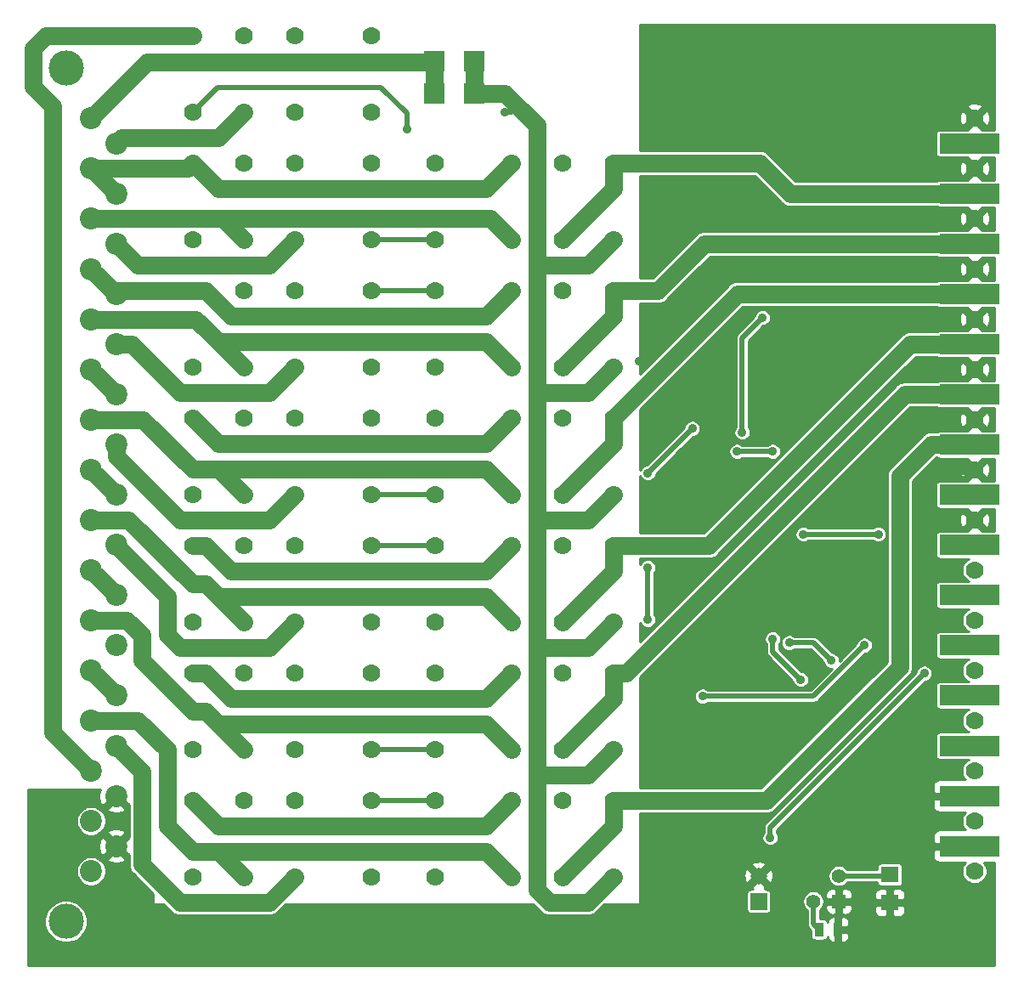
<source format=gbl>
G04 #@! TF.GenerationSoftware,KiCad,Pcbnew,(5.1.5)-3*
G04 #@! TF.CreationDate,2021-08-30T19:44:14+02:00*
G04 #@! TF.ProjectId,sbk6,73626b36-2e6b-4696-9361-645f70636258,0426 -*
G04 #@! TF.SameCoordinates,Original*
G04 #@! TF.FileFunction,Copper,L2,Bot*
G04 #@! TF.FilePolarity,Positive*
%FSLAX46Y46*%
G04 Gerber Fmt 4.6, Leading zero omitted, Abs format (unit mm)*
G04 Created by KiCad (PCBNEW (5.1.5)-3) date 2021-08-30 19:44:14*
%MOMM*%
%LPD*%
G04 APERTURE LIST*
%ADD10R,0.889000X1.397000*%
%ADD11R,1.651000X1.651000*%
%ADD12C,1.651000*%
%ADD13R,1.803400X1.600200*%
%ADD14R,1.998980X1.998980*%
%ADD15C,3.500120*%
%ADD16C,2.199640*%
%ADD17C,1.778000*%
%ADD18R,5.999480X1.998980*%
%ADD19C,1.397000*%
%ADD20R,1.397000X1.397000*%
%ADD21C,0.889000*%
%ADD22C,0.508000*%
%ADD23C,1.778000*%
%ADD24C,1.016000*%
%ADD25C,0.254000*%
G04 APERTURE END LIST*
D10*
X146240500Y-144907000D03*
X148145500Y-144907000D03*
D11*
X140208000Y-142113000D03*
D12*
X140208000Y-139573000D03*
D13*
X153289000Y-139446000D03*
X153289000Y-142240000D03*
D14*
X107856020Y-61595000D03*
X111853980Y-61595000D03*
X107856020Y-58420000D03*
X111853980Y-58420000D03*
D15*
X71198740Y-144101820D03*
D16*
X73700640Y-64099440D03*
X73698100Y-104099360D03*
X73698100Y-109100620D03*
X73698100Y-119100600D03*
X73698100Y-114099340D03*
X73698100Y-134099300D03*
X73698100Y-139100560D03*
X73698100Y-129100580D03*
X73698100Y-124099320D03*
X73698100Y-84099400D03*
X73698100Y-89100660D03*
X73698100Y-99100640D03*
X73698100Y-94099380D03*
X73698100Y-74099420D03*
X73698100Y-79100680D03*
X73698100Y-69100700D03*
X76200000Y-66601340D03*
X76200000Y-76601320D03*
X76200000Y-71600060D03*
X76200000Y-91600020D03*
X76200000Y-96601280D03*
X76200000Y-86601300D03*
X76200000Y-81600040D03*
X76200000Y-121599960D03*
X76200000Y-126601220D03*
X76200000Y-136601200D03*
X76200000Y-131599940D03*
X76200000Y-111599980D03*
X76200000Y-116601240D03*
X76200000Y-106601260D03*
X76200000Y-101600000D03*
D15*
X71198740Y-59100720D03*
D17*
X161719260Y-139100560D03*
D18*
X161218880Y-136601200D03*
D17*
X161719260Y-134099300D03*
D18*
X161218880Y-131599940D03*
D17*
X161719260Y-129100580D03*
D18*
X161218880Y-126601220D03*
D17*
X161719260Y-124099320D03*
D18*
X161218880Y-121599960D03*
D17*
X161719260Y-119100600D03*
D18*
X161218880Y-116601240D03*
D17*
X161719260Y-114099340D03*
D18*
X161218880Y-111599980D03*
D17*
X161719260Y-109100620D03*
D18*
X161218880Y-106601260D03*
D17*
X161719260Y-104099360D03*
D18*
X161218880Y-101600000D03*
D17*
X161719260Y-99100640D03*
D18*
X161218880Y-96601280D03*
D17*
X161719260Y-94099380D03*
D18*
X161218880Y-91600020D03*
D17*
X161719260Y-89100660D03*
D18*
X161218880Y-86601300D03*
D17*
X161719260Y-84099400D03*
D18*
X161218880Y-81600040D03*
D17*
X161719260Y-79100680D03*
D18*
X161218880Y-76601320D03*
D17*
X161719260Y-74099420D03*
D18*
X161218880Y-71600060D03*
D17*
X161719260Y-69100700D03*
D18*
X161218880Y-66601340D03*
D17*
X161719260Y-64099440D03*
X101600000Y-55880000D03*
X101600000Y-63500000D03*
X93980000Y-55880000D03*
X88900000Y-55880000D03*
X83820000Y-55880000D03*
X93980000Y-63500000D03*
X88900000Y-63500000D03*
X83820000Y-63500000D03*
X125730000Y-132080000D03*
X120650000Y-132080000D03*
X115570000Y-132080000D03*
X125730000Y-139700000D03*
X120650000Y-139700000D03*
X115570000Y-139700000D03*
X107950000Y-132080000D03*
X107950000Y-139700000D03*
X101600000Y-132080000D03*
X101600000Y-139700000D03*
X93980000Y-132080000D03*
X88900000Y-132080000D03*
X83820000Y-132080000D03*
X93980000Y-139700000D03*
X88900000Y-139700000D03*
X83820000Y-139700000D03*
X125730000Y-119380000D03*
X120650000Y-119380000D03*
X115570000Y-119380000D03*
X125730000Y-127000000D03*
X120650000Y-127000000D03*
X115570000Y-127000000D03*
X107950000Y-119380000D03*
X107950000Y-127000000D03*
X101600000Y-119380000D03*
X101600000Y-127000000D03*
X93980000Y-119380000D03*
X88900000Y-119380000D03*
X83820000Y-119380000D03*
X93980000Y-127000000D03*
X88900000Y-127000000D03*
X83820000Y-127000000D03*
X125730000Y-106680000D03*
X120650000Y-106680000D03*
X115570000Y-106680000D03*
X125730000Y-114300000D03*
X120650000Y-114300000D03*
X115570000Y-114300000D03*
X107950000Y-106680000D03*
X107950000Y-114300000D03*
X101600000Y-106680000D03*
X101600000Y-114300000D03*
X93980000Y-106680000D03*
X88900000Y-106680000D03*
X83820000Y-106680000D03*
X93980000Y-114300000D03*
X88900000Y-114300000D03*
X83820000Y-114300000D03*
X125730000Y-93980000D03*
X120650000Y-93980000D03*
X115570000Y-93980000D03*
X125730000Y-101600000D03*
X120650000Y-101600000D03*
X115570000Y-101600000D03*
X107950000Y-93980000D03*
X107950000Y-101600000D03*
X101600000Y-93980000D03*
X101600000Y-101600000D03*
X93980000Y-93980000D03*
X88900000Y-93980000D03*
X83820000Y-93980000D03*
X93980000Y-101600000D03*
X88900000Y-101600000D03*
X83820000Y-101600000D03*
X125730000Y-81280000D03*
X120650000Y-81280000D03*
X115570000Y-81280000D03*
X125730000Y-88900000D03*
X120650000Y-88900000D03*
X115570000Y-88900000D03*
X107950000Y-81280000D03*
X107950000Y-88900000D03*
X101600000Y-81280000D03*
X101600000Y-88900000D03*
X93980000Y-81280000D03*
X88900000Y-81280000D03*
X83820000Y-81280000D03*
X93980000Y-88900000D03*
X88900000Y-88900000D03*
X83820000Y-88900000D03*
X125730000Y-68580000D03*
X120650000Y-68580000D03*
X115570000Y-68580000D03*
X125730000Y-76200000D03*
X120650000Y-76200000D03*
X115570000Y-76200000D03*
X107950000Y-68580000D03*
X107950000Y-76200000D03*
X101600000Y-68580000D03*
X101600000Y-76200000D03*
X93980000Y-68580000D03*
X88900000Y-68580000D03*
X83820000Y-68580000D03*
X93980000Y-76200000D03*
X88900000Y-76200000D03*
X83820000Y-76200000D03*
D19*
X145669000Y-142113000D03*
D20*
X148209000Y-142113000D03*
D19*
X148209000Y-139573000D03*
D21*
X141351000Y-135763000D03*
X143256000Y-116332000D03*
X156718000Y-119380000D03*
X147447000Y-118110000D03*
X140589000Y-83947000D03*
X138557000Y-95377000D03*
X144399000Y-120015000D03*
X141605000Y-115951000D03*
X152146000Y-105537000D03*
X138049000Y-97282000D03*
X144653000Y-105537000D03*
X141605000Y-97282000D03*
X134620000Y-121666000D03*
X150749000Y-116586000D03*
X142875000Y-123698000D03*
X137795000Y-101092000D03*
X128270000Y-88265000D03*
X130048000Y-86487000D03*
X144018000Y-107442000D03*
X156845000Y-114173000D03*
X152146000Y-114173000D03*
X146177000Y-118999000D03*
X133096000Y-89789000D03*
X114935000Y-63500000D03*
X133604000Y-94996000D03*
X129159000Y-114046000D03*
X129159000Y-99441000D03*
X129159000Y-108839000D03*
X105156000Y-65176400D03*
D22*
X107950000Y-101600000D02*
X101600000Y-101600000D01*
X107950000Y-127000000D02*
X101600000Y-127000000D01*
X107950000Y-81280000D02*
X101600000Y-81280000D01*
X145669000Y-144335500D02*
X145669000Y-142113000D01*
X107950000Y-106680000D02*
X101600000Y-106680000D01*
X107950000Y-132080000D02*
X101600000Y-132080000D01*
X107950000Y-76200000D02*
X101600000Y-76200000D01*
X146240500Y-144907000D02*
X145669000Y-144335500D01*
X153162000Y-139573000D02*
X148209000Y-139573000D01*
X156718000Y-119380000D02*
X141351000Y-134747000D01*
X145669000Y-116332000D02*
X147447000Y-118110000D01*
X143256000Y-116332000D02*
X145669000Y-116332000D01*
X153289000Y-139446000D02*
X153162000Y-139573000D01*
X141351000Y-134747000D02*
X141351000Y-135763000D01*
D23*
X107856020Y-58420000D02*
X107856020Y-58496200D01*
X73700640Y-64099440D02*
X79303880Y-58496200D01*
X79303880Y-58496200D02*
X107856020Y-58496200D01*
X107856020Y-58420000D02*
X107856020Y-61595000D01*
X76761340Y-66040000D02*
X86360000Y-66040000D01*
X76200000Y-66601340D02*
X76761340Y-66040000D01*
X86360000Y-66040000D02*
X88900000Y-63500000D01*
D22*
X138557000Y-85979000D02*
X140589000Y-83947000D01*
X138557000Y-95377000D02*
X138557000Y-85979000D01*
X141605000Y-117221000D02*
X141605000Y-115951000D01*
X144399000Y-120015000D02*
X141605000Y-117221000D01*
X144653000Y-105537000D02*
X152146000Y-105537000D01*
X138049000Y-97282000D02*
X141605000Y-97282000D01*
X145669000Y-121666000D02*
X150749000Y-116586000D01*
X134620000Y-121666000D02*
X145669000Y-121666000D01*
X157706060Y-131599940D02*
X156845000Y-132461000D01*
D24*
X157947360Y-99100640D02*
X156845000Y-100203000D01*
D22*
X153289000Y-142240000D02*
X155829000Y-142240000D01*
D24*
X161719260Y-99100640D02*
X157947360Y-99100640D01*
D22*
X161719260Y-131599940D02*
X157706060Y-131599940D01*
X156845000Y-132461000D02*
X156845000Y-137414000D01*
D24*
X156845000Y-100203000D02*
X156845000Y-114173000D01*
D22*
X156845000Y-137414000D02*
X157657800Y-136601200D01*
X157657800Y-136601200D02*
X161719260Y-136601200D01*
X156845000Y-141224000D02*
X156845000Y-137414000D01*
X155829000Y-142240000D02*
X156845000Y-141224000D01*
D23*
X118110000Y-91440000D02*
X118110000Y-78740000D01*
X123190000Y-142240000D02*
X119380000Y-142240000D01*
X125730000Y-101600000D02*
X123190000Y-104140000D01*
D22*
X114935000Y-63500000D02*
X115570000Y-63500000D01*
D23*
X125730000Y-76200000D02*
X123190000Y-78740000D01*
X118110000Y-104140000D02*
X118110000Y-91440000D01*
X123190000Y-104140000D02*
X118110000Y-104140000D01*
X125730000Y-127000000D02*
X123190000Y-129540000D01*
X111853980Y-61595000D02*
X111853980Y-58420000D01*
X114935000Y-61595000D02*
X111853980Y-61595000D01*
X123190000Y-91440000D02*
X118110000Y-91440000D01*
X123190000Y-129540000D02*
X118110000Y-129540000D01*
X125730000Y-114300000D02*
X123190000Y-116840000D01*
X118110000Y-116840000D02*
X118110000Y-104140000D01*
X118110000Y-64770000D02*
X116205000Y-62865000D01*
X125730000Y-88900000D02*
X123190000Y-91440000D01*
X118110000Y-78740000D02*
X118110000Y-64770000D01*
X118110000Y-140970000D02*
X118110000Y-129540000D01*
X125730000Y-139700000D02*
X123190000Y-142240000D01*
D22*
X115570000Y-63500000D02*
X116205000Y-62865000D01*
D23*
X118110000Y-129540000D02*
X118110000Y-116840000D01*
X119380000Y-142240000D02*
X118110000Y-140970000D01*
X123190000Y-116840000D02*
X118110000Y-116840000D01*
X116205000Y-62865000D02*
X114935000Y-61595000D01*
X123190000Y-78740000D02*
X118110000Y-78740000D01*
D22*
X129159000Y-114046000D02*
X129159000Y-108839000D01*
X129159000Y-99441000D02*
X133604000Y-94996000D01*
D23*
X77429360Y-104099360D02*
X83820000Y-110490000D01*
X73698100Y-104099360D02*
X77429360Y-104099360D01*
X113030000Y-111760000D02*
X115570000Y-114300000D01*
X85090000Y-110490000D02*
X86360000Y-111760000D01*
X86360000Y-111760000D02*
X88900000Y-114300000D01*
X86360000Y-111760000D02*
X113030000Y-111760000D01*
X83820000Y-110490000D02*
X85090000Y-110490000D01*
X85090000Y-119380000D02*
X87630000Y-121920000D01*
X73698100Y-109100620D02*
X73700640Y-109100620D01*
X87630000Y-121920000D02*
X113030000Y-121920000D01*
X73700640Y-109100620D02*
X76200000Y-111599980D01*
X83820000Y-119380000D02*
X85090000Y-119380000D01*
X113030000Y-121920000D02*
X115570000Y-119380000D01*
X86360000Y-134620000D02*
X113030000Y-134620000D01*
X83820000Y-132080000D02*
X86360000Y-134620000D01*
X73698100Y-119100600D02*
X73700640Y-119100600D01*
X73700640Y-119100600D02*
X76200000Y-121599960D01*
X113030000Y-134620000D02*
X115570000Y-132080000D01*
X113030000Y-124460000D02*
X115570000Y-127000000D01*
X73698100Y-114099340D02*
X77269340Y-114099340D01*
X85090000Y-123190000D02*
X86360000Y-124460000D01*
X86360000Y-124460000D02*
X88900000Y-127000000D01*
X86360000Y-124460000D02*
X113030000Y-124460000D01*
X78740000Y-115570000D02*
X78740000Y-118110000D01*
X77269340Y-114099340D02*
X78740000Y-115570000D01*
X78740000Y-118110000D02*
X83820000Y-123190000D01*
X83820000Y-123190000D02*
X85090000Y-123190000D01*
X73698100Y-129100580D02*
X69850000Y-125252480D01*
X67945000Y-60960000D02*
X67945000Y-57150000D01*
X69850000Y-62865000D02*
X67945000Y-60960000D01*
X67945000Y-57150000D02*
X69215000Y-55880000D01*
X69850000Y-125252480D02*
X69850000Y-62865000D01*
X69215000Y-55880000D02*
X83820000Y-55880000D01*
D22*
X83820000Y-63500000D02*
X86309200Y-61010800D01*
X105156000Y-63906400D02*
X105156000Y-65176400D01*
X105156000Y-63601600D02*
X105156000Y-63906400D01*
X102565200Y-61010800D02*
X105156000Y-63601600D01*
X86309200Y-61010800D02*
X102565200Y-61010800D01*
D23*
X86360000Y-137160000D02*
X88900000Y-139700000D01*
X83820000Y-137160000D02*
X86360000Y-137160000D01*
X81280000Y-127000000D02*
X81280000Y-134620000D01*
X78379320Y-124099320D02*
X81280000Y-127000000D01*
X81280000Y-134620000D02*
X83820000Y-137160000D01*
X73698100Y-124099320D02*
X78379320Y-124099320D01*
X86360000Y-137160000D02*
X113030000Y-137160000D01*
X113030000Y-137160000D02*
X115570000Y-139700000D01*
X73698100Y-84099400D02*
X84099400Y-84099400D01*
X84099400Y-84099400D02*
X85090000Y-85090000D01*
X85090000Y-85090000D02*
X86360000Y-86360000D01*
X86360000Y-86360000D02*
X113030000Y-86360000D01*
X85090000Y-85090000D02*
X88900000Y-88900000D01*
X113030000Y-86360000D02*
X115570000Y-88900000D01*
X83820000Y-93980000D02*
X86360000Y-96520000D01*
X73700640Y-89100660D02*
X76200000Y-91600020D01*
X73698100Y-89100660D02*
X73700640Y-89100660D01*
X113030000Y-96520000D02*
X115570000Y-93980000D01*
X86360000Y-96520000D02*
X113030000Y-96520000D01*
X113030000Y-109220000D02*
X115570000Y-106680000D01*
X73700640Y-99100640D02*
X76200000Y-101600000D01*
X73698100Y-99100640D02*
X73700640Y-99100640D01*
X87630000Y-109220000D02*
X113030000Y-109220000D01*
X83820000Y-106680000D02*
X85090000Y-106680000D01*
X85090000Y-106680000D02*
X87630000Y-109220000D01*
X86360000Y-99060000D02*
X113030000Y-99060000D01*
X86360000Y-99060000D02*
X88900000Y-101600000D01*
X73698100Y-94099380D02*
X78859380Y-94099380D01*
X78859380Y-94099380D02*
X83820000Y-99060000D01*
X83820000Y-99060000D02*
X86360000Y-99060000D01*
X113030000Y-99060000D02*
X115570000Y-101600000D01*
X73698100Y-74099420D02*
X86360000Y-74099420D01*
X86360000Y-74099420D02*
X86799420Y-74099420D01*
X113469420Y-74099420D02*
X115570000Y-76200000D01*
X86360000Y-74099420D02*
X113469420Y-74099420D01*
X86799420Y-74099420D02*
X88900000Y-76200000D01*
X76200000Y-81600040D02*
X76197460Y-81600040D01*
X76520040Y-81280000D02*
X83820000Y-81280000D01*
X76200000Y-81600040D02*
X76520040Y-81280000D01*
X76197460Y-81600040D02*
X73698100Y-79100680D01*
X113030000Y-83820000D02*
X115570000Y-81280000D01*
X87630000Y-83820000D02*
X113030000Y-83820000D01*
X85090000Y-81280000D02*
X87630000Y-83820000D01*
X83820000Y-81280000D02*
X85090000Y-81280000D01*
X86360000Y-71120000D02*
X113030000Y-71120000D01*
X76200000Y-71600060D02*
X76197460Y-71600060D01*
X73698100Y-69100700D02*
X83299300Y-69100700D01*
X76197460Y-71600060D02*
X73698100Y-69100700D01*
X83820000Y-68580000D02*
X86360000Y-71120000D01*
X83299300Y-69100700D02*
X83820000Y-68580000D01*
X113030000Y-71120000D02*
X115570000Y-68580000D01*
X91440000Y-78740000D02*
X78338680Y-78740000D01*
X93980000Y-76200000D02*
X91440000Y-78740000D01*
X78338680Y-78740000D02*
X76200000Y-76601320D01*
X91440000Y-104140000D02*
X93980000Y-101600000D01*
X76200000Y-96601280D02*
X76200000Y-97790000D01*
X82550000Y-104140000D02*
X91440000Y-104140000D01*
X76200000Y-97790000D02*
X82550000Y-104140000D01*
X91440000Y-91440000D02*
X93980000Y-88900000D01*
X77711300Y-86601300D02*
X82550000Y-91440000D01*
X76200000Y-86601300D02*
X77711300Y-86601300D01*
X82550000Y-91440000D02*
X91440000Y-91440000D01*
X78740000Y-129141220D02*
X78740000Y-138430000D01*
X76200000Y-126601220D02*
X78740000Y-129141220D01*
X91440000Y-142240000D02*
X93980000Y-139700000D01*
X82550000Y-142240000D02*
X91440000Y-142240000D01*
X78740000Y-138430000D02*
X82550000Y-142240000D01*
X82550000Y-116840000D02*
X91440000Y-116840000D01*
X76200000Y-106601260D02*
X76200000Y-106680000D01*
X91440000Y-116840000D02*
X93980000Y-114300000D01*
X81280000Y-115570000D02*
X82550000Y-116840000D01*
X81280000Y-111760000D02*
X81280000Y-115570000D01*
X76200000Y-106680000D02*
X81280000Y-111760000D01*
X140970000Y-132080000D02*
X154305000Y-118745000D01*
X125730000Y-134620000D02*
X125730000Y-132080000D01*
X157398720Y-96601280D02*
X161719260Y-96601280D01*
X125730000Y-132080000D02*
X140970000Y-132080000D01*
X154305000Y-99695000D02*
X157398720Y-96601280D01*
X120650000Y-139700000D02*
X125730000Y-134620000D01*
X154305000Y-118745000D02*
X154305000Y-99695000D01*
X125730000Y-121920000D02*
X125730000Y-119380000D01*
X120650000Y-127000000D02*
X125730000Y-121920000D01*
X127000000Y-119380000D02*
X149860000Y-96520000D01*
X154779980Y-91600020D02*
X161719260Y-91600020D01*
X125730000Y-119380000D02*
X127000000Y-119380000D01*
X149860000Y-96520000D02*
X154779980Y-91600020D01*
X149860000Y-96520000D02*
X149860000Y-96520000D01*
X135255000Y-106680000D02*
X155333700Y-86601300D01*
X125730000Y-109220000D02*
X125730000Y-106680000D01*
X125730000Y-106680000D02*
X135255000Y-106680000D01*
X120650000Y-114300000D02*
X125730000Y-109220000D01*
X155333700Y-86601300D02*
X161719260Y-86601300D01*
X125730000Y-93980000D02*
X125730000Y-93980000D01*
X120650000Y-101600000D02*
X125730000Y-96520000D01*
X138109960Y-81600040D02*
X161719260Y-81600040D01*
X125730000Y-96520000D02*
X125730000Y-93980000D01*
X125730000Y-93980000D02*
X138109960Y-81600040D01*
X125730000Y-83820000D02*
X125730000Y-81280000D01*
X130175000Y-81280000D02*
X134853680Y-76601320D01*
X120650000Y-88900000D02*
X125730000Y-83820000D01*
X134853680Y-76601320D02*
X161719260Y-76601320D01*
X125730000Y-81280000D02*
X130175000Y-81280000D01*
X140335000Y-68580000D02*
X143355060Y-71600060D01*
X143355060Y-71600060D02*
X161719260Y-71600060D01*
X125730000Y-71120000D02*
X125730000Y-68580000D01*
X120650000Y-76200000D02*
X125730000Y-71120000D01*
X125730000Y-68580000D02*
X140335000Y-68580000D01*
D25*
G36*
X157948429Y-97871481D02*
G01*
X158006444Y-97919092D01*
X158072632Y-97954471D01*
X158144451Y-97976257D01*
X158219140Y-97983613D01*
X160961443Y-97983613D01*
X161719260Y-98741430D01*
X162477077Y-97983613D01*
X163703000Y-97983613D01*
X163703000Y-100217667D01*
X162477077Y-100217667D01*
X161719260Y-99459850D01*
X160961443Y-100217667D01*
X158219140Y-100217667D01*
X158144451Y-100225023D01*
X158072632Y-100246809D01*
X158006444Y-100282188D01*
X157948429Y-100329799D01*
X157900818Y-100387814D01*
X157865439Y-100454002D01*
X157843653Y-100525821D01*
X157836297Y-100600510D01*
X157836297Y-102599490D01*
X157843653Y-102674179D01*
X157865439Y-102745998D01*
X157900818Y-102812186D01*
X157948429Y-102870201D01*
X158006444Y-102917812D01*
X158072632Y-102953191D01*
X158144451Y-102974977D01*
X158219140Y-102982333D01*
X160961443Y-102982333D01*
X161719260Y-103740150D01*
X162477077Y-102982333D01*
X163703000Y-102982333D01*
X163703000Y-105218927D01*
X162479617Y-105218927D01*
X161719260Y-104458570D01*
X160958903Y-105218927D01*
X158219140Y-105218927D01*
X158144451Y-105226283D01*
X158072632Y-105248069D01*
X158006444Y-105283448D01*
X157948429Y-105331059D01*
X157900818Y-105389074D01*
X157865439Y-105455262D01*
X157843653Y-105527081D01*
X157836297Y-105601770D01*
X157836297Y-107600750D01*
X157843653Y-107675439D01*
X157865439Y-107747258D01*
X157900818Y-107813446D01*
X157948429Y-107871461D01*
X158006444Y-107919072D01*
X158072632Y-107954451D01*
X158144451Y-107976237D01*
X158219140Y-107983593D01*
X161105070Y-107983593D01*
X160909682Y-108114147D01*
X160732787Y-108291042D01*
X160593801Y-108499049D01*
X160498065Y-108730175D01*
X160449260Y-108975536D01*
X160449260Y-109225704D01*
X160498065Y-109471065D01*
X160593801Y-109702191D01*
X160732787Y-109910198D01*
X160909682Y-110087093D01*
X161105070Y-110217647D01*
X158219140Y-110217647D01*
X158144451Y-110225003D01*
X158072632Y-110246789D01*
X158006444Y-110282168D01*
X157948429Y-110329779D01*
X157900818Y-110387794D01*
X157865439Y-110453982D01*
X157843653Y-110525801D01*
X157836297Y-110600490D01*
X157836297Y-112599470D01*
X157843653Y-112674159D01*
X157865439Y-112745978D01*
X157900818Y-112812166D01*
X157948429Y-112870181D01*
X158006444Y-112917792D01*
X158072632Y-112953171D01*
X158144451Y-112974957D01*
X158219140Y-112982313D01*
X161105070Y-112982313D01*
X160909682Y-113112867D01*
X160732787Y-113289762D01*
X160593801Y-113497769D01*
X160498065Y-113728895D01*
X160449260Y-113974256D01*
X160449260Y-114224424D01*
X160498065Y-114469785D01*
X160593801Y-114700911D01*
X160732787Y-114908918D01*
X160909682Y-115085813D01*
X161108871Y-115218907D01*
X158219140Y-115218907D01*
X158144451Y-115226263D01*
X158072632Y-115248049D01*
X158006444Y-115283428D01*
X157948429Y-115331039D01*
X157900818Y-115389054D01*
X157865439Y-115455242D01*
X157843653Y-115527061D01*
X157836297Y-115601750D01*
X157836297Y-117600730D01*
X157843653Y-117675419D01*
X157865439Y-117747238D01*
X157900818Y-117813426D01*
X157948429Y-117871441D01*
X158006444Y-117919052D01*
X158072632Y-117954431D01*
X158144451Y-117976217D01*
X158219140Y-117983573D01*
X161105070Y-117983573D01*
X160909682Y-118114127D01*
X160732787Y-118291022D01*
X160593801Y-118499029D01*
X160498065Y-118730155D01*
X160449260Y-118975516D01*
X160449260Y-119225684D01*
X160498065Y-119471045D01*
X160593801Y-119702171D01*
X160732787Y-119910178D01*
X160909682Y-120087073D01*
X161105070Y-120217627D01*
X158219140Y-120217627D01*
X158144451Y-120224983D01*
X158072632Y-120246769D01*
X158006444Y-120282148D01*
X157948429Y-120329759D01*
X157900818Y-120387774D01*
X157865439Y-120453962D01*
X157843653Y-120525781D01*
X157836297Y-120600470D01*
X157836297Y-122599450D01*
X157843653Y-122674139D01*
X157865439Y-122745958D01*
X157900818Y-122812146D01*
X157948429Y-122870161D01*
X158006444Y-122917772D01*
X158072632Y-122953151D01*
X158144451Y-122974937D01*
X158219140Y-122982293D01*
X161105070Y-122982293D01*
X160909682Y-123112847D01*
X160732787Y-123289742D01*
X160593801Y-123497749D01*
X160498065Y-123728875D01*
X160449260Y-123974236D01*
X160449260Y-124224404D01*
X160498065Y-124469765D01*
X160593801Y-124700891D01*
X160732787Y-124908898D01*
X160909682Y-125085793D01*
X161108871Y-125218887D01*
X158219140Y-125218887D01*
X158144451Y-125226243D01*
X158072632Y-125248029D01*
X158006444Y-125283408D01*
X157948429Y-125331019D01*
X157900818Y-125389034D01*
X157865439Y-125455222D01*
X157843653Y-125527041D01*
X157836297Y-125601730D01*
X157836297Y-127600710D01*
X157843653Y-127675399D01*
X157865439Y-127747218D01*
X157900818Y-127813406D01*
X157948429Y-127871421D01*
X158006444Y-127919032D01*
X158072632Y-127954411D01*
X158144451Y-127976197D01*
X158219140Y-127983553D01*
X161105070Y-127983553D01*
X160909682Y-128114107D01*
X160732787Y-128291002D01*
X160593801Y-128499009D01*
X160498065Y-128730135D01*
X160449260Y-128975496D01*
X160449260Y-129225664D01*
X160498065Y-129471025D01*
X160593801Y-129702151D01*
X160732787Y-129910158D01*
X160788058Y-129965429D01*
X158219140Y-129962378D01*
X158094658Y-129974638D01*
X157974960Y-130010948D01*
X157864646Y-130069913D01*
X157767955Y-130149265D01*
X157688603Y-130245956D01*
X157629638Y-130356270D01*
X157593328Y-130475968D01*
X157581068Y-130600450D01*
X157584140Y-131187190D01*
X157742890Y-131345940D01*
X160964880Y-131345940D01*
X160964880Y-131325940D01*
X161472880Y-131325940D01*
X161472880Y-131345940D01*
X161492880Y-131345940D01*
X161492880Y-131853940D01*
X161472880Y-131853940D01*
X161472880Y-131873940D01*
X160964880Y-131873940D01*
X160964880Y-131853940D01*
X157742890Y-131853940D01*
X157584140Y-132012690D01*
X157581068Y-132599430D01*
X157593328Y-132723912D01*
X157629638Y-132843610D01*
X157688603Y-132953924D01*
X157767955Y-133050615D01*
X157864646Y-133129967D01*
X157974960Y-133188932D01*
X158094658Y-133225242D01*
X158219140Y-133237502D01*
X160788058Y-133234451D01*
X160732787Y-133289722D01*
X160593801Y-133497729D01*
X160498065Y-133728855D01*
X160449260Y-133974216D01*
X160449260Y-134224384D01*
X160498065Y-134469745D01*
X160593801Y-134700871D01*
X160732787Y-134908878D01*
X160790601Y-134966692D01*
X158219140Y-134963638D01*
X158094658Y-134975898D01*
X157974960Y-135012208D01*
X157864646Y-135071173D01*
X157767955Y-135150525D01*
X157688603Y-135247216D01*
X157629638Y-135357530D01*
X157593328Y-135477228D01*
X157581068Y-135601710D01*
X157584140Y-136188450D01*
X157742890Y-136347200D01*
X160964880Y-136347200D01*
X160964880Y-136327200D01*
X161472880Y-136327200D01*
X161472880Y-136347200D01*
X161492880Y-136347200D01*
X161492880Y-136855200D01*
X161472880Y-136855200D01*
X161472880Y-136875200D01*
X160964880Y-136875200D01*
X160964880Y-136855200D01*
X157742890Y-136855200D01*
X157584140Y-137013950D01*
X157581068Y-137600690D01*
X157593328Y-137725172D01*
X157629638Y-137844870D01*
X157688603Y-137955184D01*
X157767955Y-138051875D01*
X157864646Y-138131227D01*
X157974960Y-138190192D01*
X158094658Y-138226502D01*
X158219140Y-138238762D01*
X160788058Y-138235711D01*
X160732787Y-138290982D01*
X160593801Y-138498989D01*
X160498065Y-138730115D01*
X160449260Y-138975476D01*
X160449260Y-139225644D01*
X160498065Y-139471005D01*
X160593801Y-139702131D01*
X160732787Y-139910138D01*
X160909682Y-140087033D01*
X161117689Y-140226019D01*
X161348815Y-140321755D01*
X161594176Y-140370560D01*
X161844344Y-140370560D01*
X162089705Y-140321755D01*
X162320831Y-140226019D01*
X162528838Y-140087033D01*
X162705733Y-139910138D01*
X162844719Y-139702131D01*
X162940455Y-139471005D01*
X162989260Y-139225644D01*
X162989260Y-138975476D01*
X162940455Y-138730115D01*
X162844719Y-138498989D01*
X162705733Y-138290982D01*
X162651652Y-138236901D01*
X163703000Y-138238150D01*
X163703000Y-148463000D01*
X67437000Y-148463000D01*
X67437000Y-143891929D01*
X69067680Y-143891929D01*
X69067680Y-144311711D01*
X69149576Y-144723427D01*
X69310219Y-145111255D01*
X69543438Y-145460291D01*
X69840269Y-145757122D01*
X70189305Y-145990341D01*
X70577133Y-146150984D01*
X70988849Y-146232880D01*
X71408631Y-146232880D01*
X71820347Y-146150984D01*
X72208175Y-145990341D01*
X72557211Y-145757122D01*
X72854042Y-145460291D01*
X73087261Y-145111255D01*
X73247904Y-144723427D01*
X73329800Y-144311711D01*
X73329800Y-143891929D01*
X73247904Y-143480213D01*
X73087261Y-143092385D01*
X72854042Y-142743349D01*
X72557211Y-142446518D01*
X72208175Y-142213299D01*
X71820347Y-142052656D01*
X71408631Y-141970760D01*
X70988849Y-141970760D01*
X70577133Y-142052656D01*
X70189305Y-142213299D01*
X69840269Y-142446518D01*
X69543438Y-142743349D01*
X69310219Y-143092385D01*
X69149576Y-143480213D01*
X69067680Y-143891929D01*
X67437000Y-143891929D01*
X67437000Y-138954712D01*
X72217280Y-138954712D01*
X72217280Y-139246408D01*
X72274187Y-139532499D01*
X72385814Y-139801991D01*
X72547872Y-140044528D01*
X72754132Y-140250788D01*
X72996669Y-140412846D01*
X73266161Y-140524473D01*
X73552252Y-140581380D01*
X73843948Y-140581380D01*
X74130039Y-140524473D01*
X74399531Y-140412846D01*
X74642068Y-140250788D01*
X74848328Y-140044528D01*
X75010386Y-139801991D01*
X75122013Y-139532499D01*
X75178920Y-139246408D01*
X75178920Y-138954712D01*
X75122013Y-138668621D01*
X75010386Y-138399129D01*
X74848328Y-138156592D01*
X74642068Y-137950332D01*
X74546838Y-137886701D01*
X75273709Y-137886701D01*
X75391790Y-138145736D01*
X75708643Y-138273732D01*
X76044379Y-138337454D01*
X76386095Y-138334453D01*
X76720660Y-138264844D01*
X77008210Y-138145736D01*
X77126291Y-137886701D01*
X76200000Y-136960410D01*
X75273709Y-137886701D01*
X74546838Y-137886701D01*
X74399531Y-137788274D01*
X74130039Y-137676647D01*
X73843948Y-137619740D01*
X73552252Y-137619740D01*
X73266161Y-137676647D01*
X72996669Y-137788274D01*
X72754132Y-137950332D01*
X72547872Y-138156592D01*
X72385814Y-138399129D01*
X72274187Y-138668621D01*
X72217280Y-138954712D01*
X67437000Y-138954712D01*
X67437000Y-136445579D01*
X74463746Y-136445579D01*
X74466747Y-136787295D01*
X74536356Y-137121860D01*
X74655464Y-137409410D01*
X74914499Y-137527491D01*
X75840790Y-136601200D01*
X74914499Y-135674909D01*
X74655464Y-135792990D01*
X74527468Y-136109843D01*
X74463746Y-136445579D01*
X67437000Y-136445579D01*
X67437000Y-133953452D01*
X72217280Y-133953452D01*
X72217280Y-134245148D01*
X72274187Y-134531239D01*
X72385814Y-134800731D01*
X72547872Y-135043268D01*
X72754132Y-135249528D01*
X72996669Y-135411586D01*
X73266161Y-135523213D01*
X73552252Y-135580120D01*
X73843948Y-135580120D01*
X74130039Y-135523213D01*
X74399531Y-135411586D01*
X74543036Y-135315699D01*
X75273709Y-135315699D01*
X76200000Y-136241990D01*
X77126291Y-135315699D01*
X77008210Y-135056664D01*
X76691357Y-134928668D01*
X76355621Y-134864946D01*
X76013905Y-134867947D01*
X75679340Y-134937556D01*
X75391790Y-135056664D01*
X75273709Y-135315699D01*
X74543036Y-135315699D01*
X74642068Y-135249528D01*
X74848328Y-135043268D01*
X75010386Y-134800731D01*
X75122013Y-134531239D01*
X75178920Y-134245148D01*
X75178920Y-133953452D01*
X75122013Y-133667361D01*
X75010386Y-133397869D01*
X74848328Y-133155332D01*
X74642068Y-132949072D01*
X74546838Y-132885441D01*
X75273709Y-132885441D01*
X75391790Y-133144476D01*
X75708643Y-133272472D01*
X76044379Y-133336194D01*
X76386095Y-133333193D01*
X76720660Y-133263584D01*
X77008210Y-133144476D01*
X77126291Y-132885441D01*
X76200000Y-131959150D01*
X75273709Y-132885441D01*
X74546838Y-132885441D01*
X74399531Y-132787014D01*
X74130039Y-132675387D01*
X73843948Y-132618480D01*
X73552252Y-132618480D01*
X73266161Y-132675387D01*
X72996669Y-132787014D01*
X72754132Y-132949072D01*
X72547872Y-133155332D01*
X72385814Y-133397869D01*
X72274187Y-133667361D01*
X72217280Y-133953452D01*
X67437000Y-133953452D01*
X67437000Y-130937000D01*
X74596781Y-130937000D01*
X74527468Y-131108583D01*
X74463746Y-131444319D01*
X74466747Y-131786035D01*
X74536356Y-132120600D01*
X74655464Y-132408150D01*
X74914499Y-132526231D01*
X75840790Y-131599940D01*
X75826648Y-131585798D01*
X76185858Y-131226588D01*
X76200000Y-131240730D01*
X76214143Y-131226588D01*
X76573353Y-131585798D01*
X76559210Y-131599940D01*
X77470000Y-132510730D01*
X77470001Y-135690409D01*
X76559210Y-136601200D01*
X77470001Y-137511991D01*
X77470001Y-138367617D01*
X77463857Y-138430000D01*
X77488377Y-138678963D01*
X77560998Y-138918359D01*
X77678926Y-139138988D01*
X77837631Y-139332370D01*
X77886086Y-139372136D01*
X79883000Y-141369051D01*
X79883000Y-142240000D01*
X79885440Y-142264776D01*
X79892667Y-142288601D01*
X79904403Y-142310557D01*
X79920197Y-142329803D01*
X79939443Y-142345597D01*
X79961399Y-142357333D01*
X79985224Y-142364560D01*
X80010000Y-142367000D01*
X80880948Y-142367000D01*
X81607868Y-143093920D01*
X81647630Y-143142370D01*
X81696080Y-143182132D01*
X81696083Y-143182135D01*
X81708713Y-143192500D01*
X81841012Y-143301075D01*
X82061639Y-143419002D01*
X82061641Y-143419003D01*
X82301037Y-143491623D01*
X82550000Y-143516144D01*
X82612380Y-143510000D01*
X91377627Y-143510000D01*
X91440000Y-143516143D01*
X91502373Y-143510000D01*
X91502380Y-143510000D01*
X91688963Y-143491623D01*
X91928359Y-143419003D01*
X92148988Y-143301075D01*
X92342370Y-143142370D01*
X92382141Y-143093909D01*
X93109050Y-142367000D01*
X117710950Y-142367000D01*
X118437863Y-143093914D01*
X118477630Y-143142370D01*
X118671012Y-143301075D01*
X118891641Y-143419003D01*
X119058416Y-143469594D01*
X119131036Y-143491623D01*
X119156755Y-143494156D01*
X119317620Y-143510000D01*
X119317626Y-143510000D01*
X119379999Y-143516143D01*
X119442372Y-143510000D01*
X123127627Y-143510000D01*
X123190000Y-143516143D01*
X123252373Y-143510000D01*
X123252380Y-143510000D01*
X123438963Y-143491623D01*
X123678359Y-143419003D01*
X123898988Y-143301075D01*
X124092370Y-143142370D01*
X124132141Y-143093909D01*
X124859050Y-142367000D01*
X128270000Y-142367000D01*
X128294776Y-142364560D01*
X128318601Y-142357333D01*
X128340557Y-142345597D01*
X128359803Y-142329803D01*
X128375597Y-142310557D01*
X128387333Y-142288601D01*
X128394560Y-142264776D01*
X128397000Y-142240000D01*
X128397000Y-141287500D01*
X138999657Y-141287500D01*
X138999657Y-142938500D01*
X139007013Y-143013189D01*
X139028799Y-143085008D01*
X139064178Y-143151196D01*
X139111789Y-143209211D01*
X139169804Y-143256822D01*
X139235992Y-143292201D01*
X139307811Y-143313987D01*
X139382500Y-143321343D01*
X141033500Y-143321343D01*
X141108189Y-143313987D01*
X141180008Y-143292201D01*
X141246196Y-143256822D01*
X141304211Y-143209211D01*
X141351822Y-143151196D01*
X141387201Y-143085008D01*
X141408987Y-143013189D01*
X141416343Y-142938500D01*
X141416343Y-142006679D01*
X144589500Y-142006679D01*
X144589500Y-142219321D01*
X144630985Y-142427878D01*
X144712360Y-142624335D01*
X144830498Y-142801141D01*
X144980859Y-142951502D01*
X145034001Y-142987010D01*
X145034000Y-144304319D01*
X145030929Y-144335500D01*
X145034000Y-144366681D01*
X145034000Y-144366691D01*
X145043188Y-144459981D01*
X145079498Y-144579679D01*
X145138463Y-144689993D01*
X145217815Y-144786685D01*
X145242050Y-144806574D01*
X145413157Y-144977681D01*
X145413157Y-145605500D01*
X145420513Y-145680189D01*
X145442299Y-145752008D01*
X145477678Y-145818196D01*
X145525289Y-145876211D01*
X145583304Y-145923822D01*
X145649492Y-145959201D01*
X145721311Y-145980987D01*
X145796000Y-145988343D01*
X146685000Y-145988343D01*
X146759689Y-145980987D01*
X146831508Y-145959201D01*
X146897696Y-145923822D01*
X146955711Y-145876211D01*
X147003322Y-145818196D01*
X147038701Y-145752008D01*
X147060487Y-145680189D01*
X147065385Y-145630452D01*
X147075188Y-145729982D01*
X147111498Y-145849680D01*
X147170463Y-145959994D01*
X147249815Y-146056685D01*
X147346506Y-146136037D01*
X147456820Y-146195002D01*
X147576518Y-146231312D01*
X147701000Y-146243572D01*
X147732750Y-146240500D01*
X147891500Y-146081750D01*
X147891500Y-145161000D01*
X148399500Y-145161000D01*
X148399500Y-146081750D01*
X148558250Y-146240500D01*
X148590000Y-146243572D01*
X148714482Y-146231312D01*
X148834180Y-146195002D01*
X148944494Y-146136037D01*
X149041185Y-146056685D01*
X149120537Y-145959994D01*
X149179502Y-145849680D01*
X149215812Y-145729982D01*
X149228072Y-145605500D01*
X149225000Y-145319750D01*
X149066250Y-145161000D01*
X148399500Y-145161000D01*
X147891500Y-145161000D01*
X147871500Y-145161000D01*
X147871500Y-144653000D01*
X147891500Y-144653000D01*
X147891500Y-143732250D01*
X148399500Y-143732250D01*
X148399500Y-144653000D01*
X149066250Y-144653000D01*
X149225000Y-144494250D01*
X149228072Y-144208500D01*
X149215812Y-144084018D01*
X149179502Y-143964320D01*
X149120537Y-143854006D01*
X149041185Y-143757315D01*
X148944494Y-143677963D01*
X148834180Y-143618998D01*
X148714482Y-143582688D01*
X148590000Y-143570428D01*
X148558250Y-143573500D01*
X148399500Y-143732250D01*
X147891500Y-143732250D01*
X147732750Y-143573500D01*
X147701000Y-143570428D01*
X147576518Y-143582688D01*
X147456820Y-143618998D01*
X147346506Y-143677963D01*
X147249815Y-143757315D01*
X147170463Y-143854006D01*
X147111498Y-143964320D01*
X147075188Y-144084018D01*
X147065385Y-144183548D01*
X147060487Y-144133811D01*
X147038701Y-144061992D01*
X147003322Y-143995804D01*
X146955711Y-143937789D01*
X146897696Y-143890178D01*
X146831508Y-143854799D01*
X146759689Y-143833013D01*
X146685000Y-143825657D01*
X146304000Y-143825657D01*
X146304000Y-142987010D01*
X146357141Y-142951502D01*
X146497143Y-142811500D01*
X146872428Y-142811500D01*
X146884688Y-142935982D01*
X146920998Y-143055680D01*
X146979963Y-143165994D01*
X147059315Y-143262685D01*
X147156006Y-143342037D01*
X147266320Y-143401002D01*
X147386018Y-143437312D01*
X147510500Y-143449572D01*
X147796250Y-143446500D01*
X147955000Y-143287750D01*
X147955000Y-142367000D01*
X148463000Y-142367000D01*
X148463000Y-143287750D01*
X148621750Y-143446500D01*
X148907500Y-143449572D01*
X149031982Y-143437312D01*
X149151680Y-143401002D01*
X149261994Y-143342037D01*
X149358685Y-143262685D01*
X149438037Y-143165994D01*
X149497002Y-143055680D01*
X149501728Y-143040100D01*
X151749228Y-143040100D01*
X151761488Y-143164582D01*
X151797798Y-143284280D01*
X151856763Y-143394594D01*
X151936115Y-143491285D01*
X152032806Y-143570637D01*
X152143120Y-143629602D01*
X152262818Y-143665912D01*
X152387300Y-143678172D01*
X152876250Y-143675100D01*
X153035000Y-143516350D01*
X153035000Y-142494000D01*
X153543000Y-142494000D01*
X153543000Y-143516350D01*
X153701750Y-143675100D01*
X154190700Y-143678172D01*
X154315182Y-143665912D01*
X154434880Y-143629602D01*
X154545194Y-143570637D01*
X154641885Y-143491285D01*
X154721237Y-143394594D01*
X154780202Y-143284280D01*
X154816512Y-143164582D01*
X154828772Y-143040100D01*
X154825700Y-142652750D01*
X154666950Y-142494000D01*
X153543000Y-142494000D01*
X153035000Y-142494000D01*
X151911050Y-142494000D01*
X151752300Y-142652750D01*
X151749228Y-143040100D01*
X149501728Y-143040100D01*
X149533312Y-142935982D01*
X149545572Y-142811500D01*
X149542500Y-142525750D01*
X149383750Y-142367000D01*
X148463000Y-142367000D01*
X147955000Y-142367000D01*
X147034250Y-142367000D01*
X146875500Y-142525750D01*
X146872428Y-142811500D01*
X146497143Y-142811500D01*
X146507502Y-142801141D01*
X146625640Y-142624335D01*
X146707015Y-142427878D01*
X146748500Y-142219321D01*
X146748500Y-142006679D01*
X146707015Y-141798122D01*
X146625640Y-141601665D01*
X146507502Y-141424859D01*
X146497143Y-141414500D01*
X146872428Y-141414500D01*
X146875500Y-141700250D01*
X147034250Y-141859000D01*
X147955000Y-141859000D01*
X147955000Y-140938250D01*
X148463000Y-140938250D01*
X148463000Y-141859000D01*
X149383750Y-141859000D01*
X149542500Y-141700250D01*
X149545298Y-141439900D01*
X151749228Y-141439900D01*
X151752300Y-141827250D01*
X151911050Y-141986000D01*
X153035000Y-141986000D01*
X153035000Y-140963650D01*
X153543000Y-140963650D01*
X153543000Y-141986000D01*
X154666950Y-141986000D01*
X154825700Y-141827250D01*
X154828772Y-141439900D01*
X154816512Y-141315418D01*
X154780202Y-141195720D01*
X154721237Y-141085406D01*
X154641885Y-140988715D01*
X154545194Y-140909363D01*
X154434880Y-140850398D01*
X154315182Y-140814088D01*
X154190700Y-140801828D01*
X153701750Y-140804900D01*
X153543000Y-140963650D01*
X153035000Y-140963650D01*
X152876250Y-140804900D01*
X152387300Y-140801828D01*
X152262818Y-140814088D01*
X152143120Y-140850398D01*
X152032806Y-140909363D01*
X151936115Y-140988715D01*
X151856763Y-141085406D01*
X151797798Y-141195720D01*
X151761488Y-141315418D01*
X151749228Y-141439900D01*
X149545298Y-141439900D01*
X149545572Y-141414500D01*
X149533312Y-141290018D01*
X149497002Y-141170320D01*
X149438037Y-141060006D01*
X149358685Y-140963315D01*
X149261994Y-140883963D01*
X149151680Y-140824998D01*
X149031982Y-140788688D01*
X148907500Y-140776428D01*
X148621750Y-140779500D01*
X148463000Y-140938250D01*
X147955000Y-140938250D01*
X147796250Y-140779500D01*
X147510500Y-140776428D01*
X147386018Y-140788688D01*
X147266320Y-140824998D01*
X147156006Y-140883963D01*
X147059315Y-140963315D01*
X146979963Y-141060006D01*
X146920998Y-141170320D01*
X146884688Y-141290018D01*
X146872428Y-141414500D01*
X146497143Y-141414500D01*
X146357141Y-141274498D01*
X146180335Y-141156360D01*
X145983878Y-141074985D01*
X145775321Y-141033500D01*
X145562679Y-141033500D01*
X145354122Y-141074985D01*
X145157665Y-141156360D01*
X144980859Y-141274498D01*
X144830498Y-141424859D01*
X144712360Y-141601665D01*
X144630985Y-141798122D01*
X144589500Y-142006679D01*
X141416343Y-142006679D01*
X141416343Y-141287500D01*
X141408987Y-141212811D01*
X141387201Y-141140992D01*
X141351822Y-141074804D01*
X141304211Y-141016789D01*
X141246196Y-140969178D01*
X141180008Y-140933799D01*
X141108189Y-140912013D01*
X141033500Y-140904657D01*
X140820743Y-140904657D01*
X140852106Y-140891666D01*
X140936273Y-140660484D01*
X140208000Y-139932210D01*
X139479727Y-140660484D01*
X139563894Y-140891666D01*
X139598810Y-140904657D01*
X139382500Y-140904657D01*
X139307811Y-140912013D01*
X139235992Y-140933799D01*
X139169804Y-140969178D01*
X139111789Y-141016789D01*
X139064178Y-141074804D01*
X139028799Y-141140992D01*
X139007013Y-141212811D01*
X138999657Y-141287500D01*
X128397000Y-141287500D01*
X128397000Y-139482555D01*
X138743223Y-139482555D01*
X138753722Y-139770057D01*
X138820110Y-140049987D01*
X138889334Y-140217106D01*
X139120516Y-140301273D01*
X139848790Y-139573000D01*
X140567210Y-139573000D01*
X141295484Y-140301273D01*
X141526666Y-140217106D01*
X141626987Y-139947470D01*
X141672777Y-139663445D01*
X141665592Y-139466679D01*
X147129500Y-139466679D01*
X147129500Y-139679321D01*
X147170985Y-139887878D01*
X147252360Y-140084335D01*
X147370498Y-140261141D01*
X147520859Y-140411502D01*
X147697665Y-140529640D01*
X147894122Y-140611015D01*
X148102679Y-140652500D01*
X148315321Y-140652500D01*
X148523878Y-140611015D01*
X148720335Y-140529640D01*
X148897141Y-140411502D01*
X149047502Y-140261141D01*
X149083010Y-140208000D01*
X152004457Y-140208000D01*
X152004457Y-140246100D01*
X152011813Y-140320789D01*
X152033599Y-140392608D01*
X152068978Y-140458796D01*
X152116589Y-140516811D01*
X152174604Y-140564422D01*
X152240792Y-140599801D01*
X152312611Y-140621587D01*
X152387300Y-140628943D01*
X154190700Y-140628943D01*
X154265389Y-140621587D01*
X154337208Y-140599801D01*
X154403396Y-140564422D01*
X154461411Y-140516811D01*
X154509022Y-140458796D01*
X154544401Y-140392608D01*
X154566187Y-140320789D01*
X154573543Y-140246100D01*
X154573543Y-138645900D01*
X154566187Y-138571211D01*
X154544401Y-138499392D01*
X154509022Y-138433204D01*
X154461411Y-138375189D01*
X154403396Y-138327578D01*
X154337208Y-138292199D01*
X154265389Y-138270413D01*
X154190700Y-138263057D01*
X152387300Y-138263057D01*
X152312611Y-138270413D01*
X152240792Y-138292199D01*
X152174604Y-138327578D01*
X152116589Y-138375189D01*
X152068978Y-138433204D01*
X152033599Y-138499392D01*
X152011813Y-138571211D01*
X152004457Y-138645900D01*
X152004457Y-138938000D01*
X149083010Y-138938000D01*
X149047502Y-138884859D01*
X148897141Y-138734498D01*
X148720335Y-138616360D01*
X148523878Y-138534985D01*
X148315321Y-138493500D01*
X148102679Y-138493500D01*
X147894122Y-138534985D01*
X147697665Y-138616360D01*
X147520859Y-138734498D01*
X147370498Y-138884859D01*
X147252360Y-139061665D01*
X147170985Y-139258122D01*
X147129500Y-139466679D01*
X141665592Y-139466679D01*
X141662278Y-139375943D01*
X141595890Y-139096013D01*
X141526666Y-138928894D01*
X141295484Y-138844727D01*
X140567210Y-139573000D01*
X139848790Y-139573000D01*
X139120516Y-138844727D01*
X138889334Y-138928894D01*
X138789013Y-139198530D01*
X138743223Y-139482555D01*
X128397000Y-139482555D01*
X128397000Y-138485516D01*
X139479727Y-138485516D01*
X140208000Y-139213790D01*
X140936273Y-138485516D01*
X140852106Y-138254334D01*
X140582470Y-138154013D01*
X140298445Y-138108223D01*
X140010943Y-138118722D01*
X139731013Y-138185110D01*
X139563894Y-138254334D01*
X139479727Y-138485516D01*
X128397000Y-138485516D01*
X128397000Y-135681695D01*
X140525500Y-135681695D01*
X140525500Y-135844305D01*
X140557224Y-136003789D01*
X140619452Y-136154021D01*
X140709792Y-136289225D01*
X140824775Y-136404208D01*
X140959979Y-136494548D01*
X141110211Y-136556776D01*
X141269695Y-136588500D01*
X141432305Y-136588500D01*
X141591789Y-136556776D01*
X141742021Y-136494548D01*
X141877225Y-136404208D01*
X141992208Y-136289225D01*
X142082548Y-136154021D01*
X142144776Y-136003789D01*
X142176500Y-135844305D01*
X142176500Y-135681695D01*
X142144776Y-135522211D01*
X142082548Y-135371979D01*
X141992208Y-135236775D01*
X141986000Y-135230567D01*
X141986000Y-135010024D01*
X156790526Y-120205500D01*
X156799305Y-120205500D01*
X156958789Y-120173776D01*
X157109021Y-120111548D01*
X157244225Y-120021208D01*
X157359208Y-119906225D01*
X157449548Y-119771021D01*
X157511776Y-119620789D01*
X157543500Y-119461305D01*
X157543500Y-119298695D01*
X157511776Y-119139211D01*
X157449548Y-118988979D01*
X157359208Y-118853775D01*
X157244225Y-118738792D01*
X157109021Y-118648452D01*
X156958789Y-118586224D01*
X156799305Y-118554500D01*
X156636695Y-118554500D01*
X156477211Y-118586224D01*
X156326979Y-118648452D01*
X156191775Y-118738792D01*
X156076792Y-118853775D01*
X155986452Y-118988979D01*
X155924224Y-119139211D01*
X155892500Y-119298695D01*
X155892500Y-119307474D01*
X140924050Y-134275926D01*
X140899815Y-134295815D01*
X140820463Y-134392507D01*
X140761498Y-134502821D01*
X140725188Y-134622519D01*
X140716000Y-134715809D01*
X140716000Y-134715819D01*
X140712929Y-134747000D01*
X140716000Y-134778182D01*
X140716000Y-135230567D01*
X140709792Y-135236775D01*
X140619452Y-135371979D01*
X140557224Y-135522211D01*
X140525500Y-135681695D01*
X128397000Y-135681695D01*
X128397000Y-133350000D01*
X140907627Y-133350000D01*
X140970000Y-133356143D01*
X141032373Y-133350000D01*
X141032380Y-133350000D01*
X141218963Y-133331623D01*
X141458359Y-133259003D01*
X141678988Y-133141075D01*
X141872370Y-132982370D01*
X141912141Y-132933909D01*
X155158921Y-119687131D01*
X155207370Y-119647370D01*
X155247132Y-119598920D01*
X155247135Y-119598917D01*
X155288171Y-119548914D01*
X155366075Y-119453988D01*
X155484003Y-119233359D01*
X155487684Y-119221224D01*
X155556623Y-118993964D01*
X155562381Y-118935500D01*
X155575000Y-118807380D01*
X155575000Y-118807373D01*
X155581143Y-118745000D01*
X155575000Y-118682627D01*
X155575000Y-103993802D01*
X160191529Y-103993802D01*
X160200291Y-104293876D01*
X160267426Y-104586475D01*
X160348216Y-104781521D01*
X160585826Y-104873584D01*
X161360050Y-104099360D01*
X162078470Y-104099360D01*
X162852694Y-104873584D01*
X163090304Y-104781521D01*
X163197042Y-104500936D01*
X163246991Y-104204918D01*
X163238229Y-103904844D01*
X163171094Y-103612245D01*
X163090304Y-103417199D01*
X162852694Y-103325136D01*
X162078470Y-104099360D01*
X161360050Y-104099360D01*
X160585826Y-103325136D01*
X160348216Y-103417199D01*
X160241478Y-103697784D01*
X160191529Y-103993802D01*
X155575000Y-103993802D01*
X155575000Y-100221050D01*
X156800969Y-98995082D01*
X160191529Y-98995082D01*
X160200291Y-99295156D01*
X160267426Y-99587755D01*
X160348216Y-99782801D01*
X160585826Y-99874864D01*
X161360050Y-99100640D01*
X162078470Y-99100640D01*
X162852694Y-99874864D01*
X163090304Y-99782801D01*
X163197042Y-99502216D01*
X163246991Y-99206198D01*
X163238229Y-98906124D01*
X163171094Y-98613525D01*
X163090304Y-98418479D01*
X162852694Y-98326416D01*
X162078470Y-99100640D01*
X161360050Y-99100640D01*
X160585826Y-98326416D01*
X160348216Y-98418479D01*
X160241478Y-98699064D01*
X160191529Y-98995082D01*
X156800969Y-98995082D01*
X157924772Y-97871280D01*
X157948264Y-97871280D01*
X157948429Y-97871481D01*
G37*
X157948429Y-97871481D02*
X158006444Y-97919092D01*
X158072632Y-97954471D01*
X158144451Y-97976257D01*
X158219140Y-97983613D01*
X160961443Y-97983613D01*
X161719260Y-98741430D01*
X162477077Y-97983613D01*
X163703000Y-97983613D01*
X163703000Y-100217667D01*
X162477077Y-100217667D01*
X161719260Y-99459850D01*
X160961443Y-100217667D01*
X158219140Y-100217667D01*
X158144451Y-100225023D01*
X158072632Y-100246809D01*
X158006444Y-100282188D01*
X157948429Y-100329799D01*
X157900818Y-100387814D01*
X157865439Y-100454002D01*
X157843653Y-100525821D01*
X157836297Y-100600510D01*
X157836297Y-102599490D01*
X157843653Y-102674179D01*
X157865439Y-102745998D01*
X157900818Y-102812186D01*
X157948429Y-102870201D01*
X158006444Y-102917812D01*
X158072632Y-102953191D01*
X158144451Y-102974977D01*
X158219140Y-102982333D01*
X160961443Y-102982333D01*
X161719260Y-103740150D01*
X162477077Y-102982333D01*
X163703000Y-102982333D01*
X163703000Y-105218927D01*
X162479617Y-105218927D01*
X161719260Y-104458570D01*
X160958903Y-105218927D01*
X158219140Y-105218927D01*
X158144451Y-105226283D01*
X158072632Y-105248069D01*
X158006444Y-105283448D01*
X157948429Y-105331059D01*
X157900818Y-105389074D01*
X157865439Y-105455262D01*
X157843653Y-105527081D01*
X157836297Y-105601770D01*
X157836297Y-107600750D01*
X157843653Y-107675439D01*
X157865439Y-107747258D01*
X157900818Y-107813446D01*
X157948429Y-107871461D01*
X158006444Y-107919072D01*
X158072632Y-107954451D01*
X158144451Y-107976237D01*
X158219140Y-107983593D01*
X161105070Y-107983593D01*
X160909682Y-108114147D01*
X160732787Y-108291042D01*
X160593801Y-108499049D01*
X160498065Y-108730175D01*
X160449260Y-108975536D01*
X160449260Y-109225704D01*
X160498065Y-109471065D01*
X160593801Y-109702191D01*
X160732787Y-109910198D01*
X160909682Y-110087093D01*
X161105070Y-110217647D01*
X158219140Y-110217647D01*
X158144451Y-110225003D01*
X158072632Y-110246789D01*
X158006444Y-110282168D01*
X157948429Y-110329779D01*
X157900818Y-110387794D01*
X157865439Y-110453982D01*
X157843653Y-110525801D01*
X157836297Y-110600490D01*
X157836297Y-112599470D01*
X157843653Y-112674159D01*
X157865439Y-112745978D01*
X157900818Y-112812166D01*
X157948429Y-112870181D01*
X158006444Y-112917792D01*
X158072632Y-112953171D01*
X158144451Y-112974957D01*
X158219140Y-112982313D01*
X161105070Y-112982313D01*
X160909682Y-113112867D01*
X160732787Y-113289762D01*
X160593801Y-113497769D01*
X160498065Y-113728895D01*
X160449260Y-113974256D01*
X160449260Y-114224424D01*
X160498065Y-114469785D01*
X160593801Y-114700911D01*
X160732787Y-114908918D01*
X160909682Y-115085813D01*
X161108871Y-115218907D01*
X158219140Y-115218907D01*
X158144451Y-115226263D01*
X158072632Y-115248049D01*
X158006444Y-115283428D01*
X157948429Y-115331039D01*
X157900818Y-115389054D01*
X157865439Y-115455242D01*
X157843653Y-115527061D01*
X157836297Y-115601750D01*
X157836297Y-117600730D01*
X157843653Y-117675419D01*
X157865439Y-117747238D01*
X157900818Y-117813426D01*
X157948429Y-117871441D01*
X158006444Y-117919052D01*
X158072632Y-117954431D01*
X158144451Y-117976217D01*
X158219140Y-117983573D01*
X161105070Y-117983573D01*
X160909682Y-118114127D01*
X160732787Y-118291022D01*
X160593801Y-118499029D01*
X160498065Y-118730155D01*
X160449260Y-118975516D01*
X160449260Y-119225684D01*
X160498065Y-119471045D01*
X160593801Y-119702171D01*
X160732787Y-119910178D01*
X160909682Y-120087073D01*
X161105070Y-120217627D01*
X158219140Y-120217627D01*
X158144451Y-120224983D01*
X158072632Y-120246769D01*
X158006444Y-120282148D01*
X157948429Y-120329759D01*
X157900818Y-120387774D01*
X157865439Y-120453962D01*
X157843653Y-120525781D01*
X157836297Y-120600470D01*
X157836297Y-122599450D01*
X157843653Y-122674139D01*
X157865439Y-122745958D01*
X157900818Y-122812146D01*
X157948429Y-122870161D01*
X158006444Y-122917772D01*
X158072632Y-122953151D01*
X158144451Y-122974937D01*
X158219140Y-122982293D01*
X161105070Y-122982293D01*
X160909682Y-123112847D01*
X160732787Y-123289742D01*
X160593801Y-123497749D01*
X160498065Y-123728875D01*
X160449260Y-123974236D01*
X160449260Y-124224404D01*
X160498065Y-124469765D01*
X160593801Y-124700891D01*
X160732787Y-124908898D01*
X160909682Y-125085793D01*
X161108871Y-125218887D01*
X158219140Y-125218887D01*
X158144451Y-125226243D01*
X158072632Y-125248029D01*
X158006444Y-125283408D01*
X157948429Y-125331019D01*
X157900818Y-125389034D01*
X157865439Y-125455222D01*
X157843653Y-125527041D01*
X157836297Y-125601730D01*
X157836297Y-127600710D01*
X157843653Y-127675399D01*
X157865439Y-127747218D01*
X157900818Y-127813406D01*
X157948429Y-127871421D01*
X158006444Y-127919032D01*
X158072632Y-127954411D01*
X158144451Y-127976197D01*
X158219140Y-127983553D01*
X161105070Y-127983553D01*
X160909682Y-128114107D01*
X160732787Y-128291002D01*
X160593801Y-128499009D01*
X160498065Y-128730135D01*
X160449260Y-128975496D01*
X160449260Y-129225664D01*
X160498065Y-129471025D01*
X160593801Y-129702151D01*
X160732787Y-129910158D01*
X160788058Y-129965429D01*
X158219140Y-129962378D01*
X158094658Y-129974638D01*
X157974960Y-130010948D01*
X157864646Y-130069913D01*
X157767955Y-130149265D01*
X157688603Y-130245956D01*
X157629638Y-130356270D01*
X157593328Y-130475968D01*
X157581068Y-130600450D01*
X157584140Y-131187190D01*
X157742890Y-131345940D01*
X160964880Y-131345940D01*
X160964880Y-131325940D01*
X161472880Y-131325940D01*
X161472880Y-131345940D01*
X161492880Y-131345940D01*
X161492880Y-131853940D01*
X161472880Y-131853940D01*
X161472880Y-131873940D01*
X160964880Y-131873940D01*
X160964880Y-131853940D01*
X157742890Y-131853940D01*
X157584140Y-132012690D01*
X157581068Y-132599430D01*
X157593328Y-132723912D01*
X157629638Y-132843610D01*
X157688603Y-132953924D01*
X157767955Y-133050615D01*
X157864646Y-133129967D01*
X157974960Y-133188932D01*
X158094658Y-133225242D01*
X158219140Y-133237502D01*
X160788058Y-133234451D01*
X160732787Y-133289722D01*
X160593801Y-133497729D01*
X160498065Y-133728855D01*
X160449260Y-133974216D01*
X160449260Y-134224384D01*
X160498065Y-134469745D01*
X160593801Y-134700871D01*
X160732787Y-134908878D01*
X160790601Y-134966692D01*
X158219140Y-134963638D01*
X158094658Y-134975898D01*
X157974960Y-135012208D01*
X157864646Y-135071173D01*
X157767955Y-135150525D01*
X157688603Y-135247216D01*
X157629638Y-135357530D01*
X157593328Y-135477228D01*
X157581068Y-135601710D01*
X157584140Y-136188450D01*
X157742890Y-136347200D01*
X160964880Y-136347200D01*
X160964880Y-136327200D01*
X161472880Y-136327200D01*
X161472880Y-136347200D01*
X161492880Y-136347200D01*
X161492880Y-136855200D01*
X161472880Y-136855200D01*
X161472880Y-136875200D01*
X160964880Y-136875200D01*
X160964880Y-136855200D01*
X157742890Y-136855200D01*
X157584140Y-137013950D01*
X157581068Y-137600690D01*
X157593328Y-137725172D01*
X157629638Y-137844870D01*
X157688603Y-137955184D01*
X157767955Y-138051875D01*
X157864646Y-138131227D01*
X157974960Y-138190192D01*
X158094658Y-138226502D01*
X158219140Y-138238762D01*
X160788058Y-138235711D01*
X160732787Y-138290982D01*
X160593801Y-138498989D01*
X160498065Y-138730115D01*
X160449260Y-138975476D01*
X160449260Y-139225644D01*
X160498065Y-139471005D01*
X160593801Y-139702131D01*
X160732787Y-139910138D01*
X160909682Y-140087033D01*
X161117689Y-140226019D01*
X161348815Y-140321755D01*
X161594176Y-140370560D01*
X161844344Y-140370560D01*
X162089705Y-140321755D01*
X162320831Y-140226019D01*
X162528838Y-140087033D01*
X162705733Y-139910138D01*
X162844719Y-139702131D01*
X162940455Y-139471005D01*
X162989260Y-139225644D01*
X162989260Y-138975476D01*
X162940455Y-138730115D01*
X162844719Y-138498989D01*
X162705733Y-138290982D01*
X162651652Y-138236901D01*
X163703000Y-138238150D01*
X163703000Y-148463000D01*
X67437000Y-148463000D01*
X67437000Y-143891929D01*
X69067680Y-143891929D01*
X69067680Y-144311711D01*
X69149576Y-144723427D01*
X69310219Y-145111255D01*
X69543438Y-145460291D01*
X69840269Y-145757122D01*
X70189305Y-145990341D01*
X70577133Y-146150984D01*
X70988849Y-146232880D01*
X71408631Y-146232880D01*
X71820347Y-146150984D01*
X72208175Y-145990341D01*
X72557211Y-145757122D01*
X72854042Y-145460291D01*
X73087261Y-145111255D01*
X73247904Y-144723427D01*
X73329800Y-144311711D01*
X73329800Y-143891929D01*
X73247904Y-143480213D01*
X73087261Y-143092385D01*
X72854042Y-142743349D01*
X72557211Y-142446518D01*
X72208175Y-142213299D01*
X71820347Y-142052656D01*
X71408631Y-141970760D01*
X70988849Y-141970760D01*
X70577133Y-142052656D01*
X70189305Y-142213299D01*
X69840269Y-142446518D01*
X69543438Y-142743349D01*
X69310219Y-143092385D01*
X69149576Y-143480213D01*
X69067680Y-143891929D01*
X67437000Y-143891929D01*
X67437000Y-138954712D01*
X72217280Y-138954712D01*
X72217280Y-139246408D01*
X72274187Y-139532499D01*
X72385814Y-139801991D01*
X72547872Y-140044528D01*
X72754132Y-140250788D01*
X72996669Y-140412846D01*
X73266161Y-140524473D01*
X73552252Y-140581380D01*
X73843948Y-140581380D01*
X74130039Y-140524473D01*
X74399531Y-140412846D01*
X74642068Y-140250788D01*
X74848328Y-140044528D01*
X75010386Y-139801991D01*
X75122013Y-139532499D01*
X75178920Y-139246408D01*
X75178920Y-138954712D01*
X75122013Y-138668621D01*
X75010386Y-138399129D01*
X74848328Y-138156592D01*
X74642068Y-137950332D01*
X74546838Y-137886701D01*
X75273709Y-137886701D01*
X75391790Y-138145736D01*
X75708643Y-138273732D01*
X76044379Y-138337454D01*
X76386095Y-138334453D01*
X76720660Y-138264844D01*
X77008210Y-138145736D01*
X77126291Y-137886701D01*
X76200000Y-136960410D01*
X75273709Y-137886701D01*
X74546838Y-137886701D01*
X74399531Y-137788274D01*
X74130039Y-137676647D01*
X73843948Y-137619740D01*
X73552252Y-137619740D01*
X73266161Y-137676647D01*
X72996669Y-137788274D01*
X72754132Y-137950332D01*
X72547872Y-138156592D01*
X72385814Y-138399129D01*
X72274187Y-138668621D01*
X72217280Y-138954712D01*
X67437000Y-138954712D01*
X67437000Y-136445579D01*
X74463746Y-136445579D01*
X74466747Y-136787295D01*
X74536356Y-137121860D01*
X74655464Y-137409410D01*
X74914499Y-137527491D01*
X75840790Y-136601200D01*
X74914499Y-135674909D01*
X74655464Y-135792990D01*
X74527468Y-136109843D01*
X74463746Y-136445579D01*
X67437000Y-136445579D01*
X67437000Y-133953452D01*
X72217280Y-133953452D01*
X72217280Y-134245148D01*
X72274187Y-134531239D01*
X72385814Y-134800731D01*
X72547872Y-135043268D01*
X72754132Y-135249528D01*
X72996669Y-135411586D01*
X73266161Y-135523213D01*
X73552252Y-135580120D01*
X73843948Y-135580120D01*
X74130039Y-135523213D01*
X74399531Y-135411586D01*
X74543036Y-135315699D01*
X75273709Y-135315699D01*
X76200000Y-136241990D01*
X77126291Y-135315699D01*
X77008210Y-135056664D01*
X76691357Y-134928668D01*
X76355621Y-134864946D01*
X76013905Y-134867947D01*
X75679340Y-134937556D01*
X75391790Y-135056664D01*
X75273709Y-135315699D01*
X74543036Y-135315699D01*
X74642068Y-135249528D01*
X74848328Y-135043268D01*
X75010386Y-134800731D01*
X75122013Y-134531239D01*
X75178920Y-134245148D01*
X75178920Y-133953452D01*
X75122013Y-133667361D01*
X75010386Y-133397869D01*
X74848328Y-133155332D01*
X74642068Y-132949072D01*
X74546838Y-132885441D01*
X75273709Y-132885441D01*
X75391790Y-133144476D01*
X75708643Y-133272472D01*
X76044379Y-133336194D01*
X76386095Y-133333193D01*
X76720660Y-133263584D01*
X77008210Y-133144476D01*
X77126291Y-132885441D01*
X76200000Y-131959150D01*
X75273709Y-132885441D01*
X74546838Y-132885441D01*
X74399531Y-132787014D01*
X74130039Y-132675387D01*
X73843948Y-132618480D01*
X73552252Y-132618480D01*
X73266161Y-132675387D01*
X72996669Y-132787014D01*
X72754132Y-132949072D01*
X72547872Y-133155332D01*
X72385814Y-133397869D01*
X72274187Y-133667361D01*
X72217280Y-133953452D01*
X67437000Y-133953452D01*
X67437000Y-130937000D01*
X74596781Y-130937000D01*
X74527468Y-131108583D01*
X74463746Y-131444319D01*
X74466747Y-131786035D01*
X74536356Y-132120600D01*
X74655464Y-132408150D01*
X74914499Y-132526231D01*
X75840790Y-131599940D01*
X75826648Y-131585798D01*
X76185858Y-131226588D01*
X76200000Y-131240730D01*
X76214143Y-131226588D01*
X76573353Y-131585798D01*
X76559210Y-131599940D01*
X77470000Y-132510730D01*
X77470001Y-135690409D01*
X76559210Y-136601200D01*
X77470001Y-137511991D01*
X77470001Y-138367617D01*
X77463857Y-138430000D01*
X77488377Y-138678963D01*
X77560998Y-138918359D01*
X77678926Y-139138988D01*
X77837631Y-139332370D01*
X77886086Y-139372136D01*
X79883000Y-141369051D01*
X79883000Y-142240000D01*
X79885440Y-142264776D01*
X79892667Y-142288601D01*
X79904403Y-142310557D01*
X79920197Y-142329803D01*
X79939443Y-142345597D01*
X79961399Y-142357333D01*
X79985224Y-142364560D01*
X80010000Y-142367000D01*
X80880948Y-142367000D01*
X81607868Y-143093920D01*
X81647630Y-143142370D01*
X81696080Y-143182132D01*
X81696083Y-143182135D01*
X81708713Y-143192500D01*
X81841012Y-143301075D01*
X82061639Y-143419002D01*
X82061641Y-143419003D01*
X82301037Y-143491623D01*
X82550000Y-143516144D01*
X82612380Y-143510000D01*
X91377627Y-143510000D01*
X91440000Y-143516143D01*
X91502373Y-143510000D01*
X91502380Y-143510000D01*
X91688963Y-143491623D01*
X91928359Y-143419003D01*
X92148988Y-143301075D01*
X92342370Y-143142370D01*
X92382141Y-143093909D01*
X93109050Y-142367000D01*
X117710950Y-142367000D01*
X118437863Y-143093914D01*
X118477630Y-143142370D01*
X118671012Y-143301075D01*
X118891641Y-143419003D01*
X119058416Y-143469594D01*
X119131036Y-143491623D01*
X119156755Y-143494156D01*
X119317620Y-143510000D01*
X119317626Y-143510000D01*
X119379999Y-143516143D01*
X119442372Y-143510000D01*
X123127627Y-143510000D01*
X123190000Y-143516143D01*
X123252373Y-143510000D01*
X123252380Y-143510000D01*
X123438963Y-143491623D01*
X123678359Y-143419003D01*
X123898988Y-143301075D01*
X124092370Y-143142370D01*
X124132141Y-143093909D01*
X124859050Y-142367000D01*
X128270000Y-142367000D01*
X128294776Y-142364560D01*
X128318601Y-142357333D01*
X128340557Y-142345597D01*
X128359803Y-142329803D01*
X128375597Y-142310557D01*
X128387333Y-142288601D01*
X128394560Y-142264776D01*
X128397000Y-142240000D01*
X128397000Y-141287500D01*
X138999657Y-141287500D01*
X138999657Y-142938500D01*
X139007013Y-143013189D01*
X139028799Y-143085008D01*
X139064178Y-143151196D01*
X139111789Y-143209211D01*
X139169804Y-143256822D01*
X139235992Y-143292201D01*
X139307811Y-143313987D01*
X139382500Y-143321343D01*
X141033500Y-143321343D01*
X141108189Y-143313987D01*
X141180008Y-143292201D01*
X141246196Y-143256822D01*
X141304211Y-143209211D01*
X141351822Y-143151196D01*
X141387201Y-143085008D01*
X141408987Y-143013189D01*
X141416343Y-142938500D01*
X141416343Y-142006679D01*
X144589500Y-142006679D01*
X144589500Y-142219321D01*
X144630985Y-142427878D01*
X144712360Y-142624335D01*
X144830498Y-142801141D01*
X144980859Y-142951502D01*
X145034001Y-142987010D01*
X145034000Y-144304319D01*
X145030929Y-144335500D01*
X145034000Y-144366681D01*
X145034000Y-144366691D01*
X145043188Y-144459981D01*
X145079498Y-144579679D01*
X145138463Y-144689993D01*
X145217815Y-144786685D01*
X145242050Y-144806574D01*
X145413157Y-144977681D01*
X145413157Y-145605500D01*
X145420513Y-145680189D01*
X145442299Y-145752008D01*
X145477678Y-145818196D01*
X145525289Y-145876211D01*
X145583304Y-145923822D01*
X145649492Y-145959201D01*
X145721311Y-145980987D01*
X145796000Y-145988343D01*
X146685000Y-145988343D01*
X146759689Y-145980987D01*
X146831508Y-145959201D01*
X146897696Y-145923822D01*
X146955711Y-145876211D01*
X147003322Y-145818196D01*
X147038701Y-145752008D01*
X147060487Y-145680189D01*
X147065385Y-145630452D01*
X147075188Y-145729982D01*
X147111498Y-145849680D01*
X147170463Y-145959994D01*
X147249815Y-146056685D01*
X147346506Y-146136037D01*
X147456820Y-146195002D01*
X147576518Y-146231312D01*
X147701000Y-146243572D01*
X147732750Y-146240500D01*
X147891500Y-146081750D01*
X147891500Y-145161000D01*
X148399500Y-145161000D01*
X148399500Y-146081750D01*
X148558250Y-146240500D01*
X148590000Y-146243572D01*
X148714482Y-146231312D01*
X148834180Y-146195002D01*
X148944494Y-146136037D01*
X149041185Y-146056685D01*
X149120537Y-145959994D01*
X149179502Y-145849680D01*
X149215812Y-145729982D01*
X149228072Y-145605500D01*
X149225000Y-145319750D01*
X149066250Y-145161000D01*
X148399500Y-145161000D01*
X147891500Y-145161000D01*
X147871500Y-145161000D01*
X147871500Y-144653000D01*
X147891500Y-144653000D01*
X147891500Y-143732250D01*
X148399500Y-143732250D01*
X148399500Y-144653000D01*
X149066250Y-144653000D01*
X149225000Y-144494250D01*
X149228072Y-144208500D01*
X149215812Y-144084018D01*
X149179502Y-143964320D01*
X149120537Y-143854006D01*
X149041185Y-143757315D01*
X148944494Y-143677963D01*
X148834180Y-143618998D01*
X148714482Y-143582688D01*
X148590000Y-143570428D01*
X148558250Y-143573500D01*
X148399500Y-143732250D01*
X147891500Y-143732250D01*
X147732750Y-143573500D01*
X147701000Y-143570428D01*
X147576518Y-143582688D01*
X147456820Y-143618998D01*
X147346506Y-143677963D01*
X147249815Y-143757315D01*
X147170463Y-143854006D01*
X147111498Y-143964320D01*
X147075188Y-144084018D01*
X147065385Y-144183548D01*
X147060487Y-144133811D01*
X147038701Y-144061992D01*
X147003322Y-143995804D01*
X146955711Y-143937789D01*
X146897696Y-143890178D01*
X146831508Y-143854799D01*
X146759689Y-143833013D01*
X146685000Y-143825657D01*
X146304000Y-143825657D01*
X146304000Y-142987010D01*
X146357141Y-142951502D01*
X146497143Y-142811500D01*
X146872428Y-142811500D01*
X146884688Y-142935982D01*
X146920998Y-143055680D01*
X146979963Y-143165994D01*
X147059315Y-143262685D01*
X147156006Y-143342037D01*
X147266320Y-143401002D01*
X147386018Y-143437312D01*
X147510500Y-143449572D01*
X147796250Y-143446500D01*
X147955000Y-143287750D01*
X147955000Y-142367000D01*
X148463000Y-142367000D01*
X148463000Y-143287750D01*
X148621750Y-143446500D01*
X148907500Y-143449572D01*
X149031982Y-143437312D01*
X149151680Y-143401002D01*
X149261994Y-143342037D01*
X149358685Y-143262685D01*
X149438037Y-143165994D01*
X149497002Y-143055680D01*
X149501728Y-143040100D01*
X151749228Y-143040100D01*
X151761488Y-143164582D01*
X151797798Y-143284280D01*
X151856763Y-143394594D01*
X151936115Y-143491285D01*
X152032806Y-143570637D01*
X152143120Y-143629602D01*
X152262818Y-143665912D01*
X152387300Y-143678172D01*
X152876250Y-143675100D01*
X153035000Y-143516350D01*
X153035000Y-142494000D01*
X153543000Y-142494000D01*
X153543000Y-143516350D01*
X153701750Y-143675100D01*
X154190700Y-143678172D01*
X154315182Y-143665912D01*
X154434880Y-143629602D01*
X154545194Y-143570637D01*
X154641885Y-143491285D01*
X154721237Y-143394594D01*
X154780202Y-143284280D01*
X154816512Y-143164582D01*
X154828772Y-143040100D01*
X154825700Y-142652750D01*
X154666950Y-142494000D01*
X153543000Y-142494000D01*
X153035000Y-142494000D01*
X151911050Y-142494000D01*
X151752300Y-142652750D01*
X151749228Y-143040100D01*
X149501728Y-143040100D01*
X149533312Y-142935982D01*
X149545572Y-142811500D01*
X149542500Y-142525750D01*
X149383750Y-142367000D01*
X148463000Y-142367000D01*
X147955000Y-142367000D01*
X147034250Y-142367000D01*
X146875500Y-142525750D01*
X146872428Y-142811500D01*
X146497143Y-142811500D01*
X146507502Y-142801141D01*
X146625640Y-142624335D01*
X146707015Y-142427878D01*
X146748500Y-142219321D01*
X146748500Y-142006679D01*
X146707015Y-141798122D01*
X146625640Y-141601665D01*
X146507502Y-141424859D01*
X146497143Y-141414500D01*
X146872428Y-141414500D01*
X146875500Y-141700250D01*
X147034250Y-141859000D01*
X147955000Y-141859000D01*
X147955000Y-140938250D01*
X148463000Y-140938250D01*
X148463000Y-141859000D01*
X149383750Y-141859000D01*
X149542500Y-141700250D01*
X149545298Y-141439900D01*
X151749228Y-141439900D01*
X151752300Y-141827250D01*
X151911050Y-141986000D01*
X153035000Y-141986000D01*
X153035000Y-140963650D01*
X153543000Y-140963650D01*
X153543000Y-141986000D01*
X154666950Y-141986000D01*
X154825700Y-141827250D01*
X154828772Y-141439900D01*
X154816512Y-141315418D01*
X154780202Y-141195720D01*
X154721237Y-141085406D01*
X154641885Y-140988715D01*
X154545194Y-140909363D01*
X154434880Y-140850398D01*
X154315182Y-140814088D01*
X154190700Y-140801828D01*
X153701750Y-140804900D01*
X153543000Y-140963650D01*
X153035000Y-140963650D01*
X152876250Y-140804900D01*
X152387300Y-140801828D01*
X152262818Y-140814088D01*
X152143120Y-140850398D01*
X152032806Y-140909363D01*
X151936115Y-140988715D01*
X151856763Y-141085406D01*
X151797798Y-141195720D01*
X151761488Y-141315418D01*
X151749228Y-141439900D01*
X149545298Y-141439900D01*
X149545572Y-141414500D01*
X149533312Y-141290018D01*
X149497002Y-141170320D01*
X149438037Y-141060006D01*
X149358685Y-140963315D01*
X149261994Y-140883963D01*
X149151680Y-140824998D01*
X149031982Y-140788688D01*
X148907500Y-140776428D01*
X148621750Y-140779500D01*
X148463000Y-140938250D01*
X147955000Y-140938250D01*
X147796250Y-140779500D01*
X147510500Y-140776428D01*
X147386018Y-140788688D01*
X147266320Y-140824998D01*
X147156006Y-140883963D01*
X147059315Y-140963315D01*
X146979963Y-141060006D01*
X146920998Y-141170320D01*
X146884688Y-141290018D01*
X146872428Y-141414500D01*
X146497143Y-141414500D01*
X146357141Y-141274498D01*
X146180335Y-141156360D01*
X145983878Y-141074985D01*
X145775321Y-141033500D01*
X145562679Y-141033500D01*
X145354122Y-141074985D01*
X145157665Y-141156360D01*
X144980859Y-141274498D01*
X144830498Y-141424859D01*
X144712360Y-141601665D01*
X144630985Y-141798122D01*
X144589500Y-142006679D01*
X141416343Y-142006679D01*
X141416343Y-141287500D01*
X141408987Y-141212811D01*
X141387201Y-141140992D01*
X141351822Y-141074804D01*
X141304211Y-141016789D01*
X141246196Y-140969178D01*
X141180008Y-140933799D01*
X141108189Y-140912013D01*
X141033500Y-140904657D01*
X140820743Y-140904657D01*
X140852106Y-140891666D01*
X140936273Y-140660484D01*
X140208000Y-139932210D01*
X139479727Y-140660484D01*
X139563894Y-140891666D01*
X139598810Y-140904657D01*
X139382500Y-140904657D01*
X139307811Y-140912013D01*
X139235992Y-140933799D01*
X139169804Y-140969178D01*
X139111789Y-141016789D01*
X139064178Y-141074804D01*
X139028799Y-141140992D01*
X139007013Y-141212811D01*
X138999657Y-141287500D01*
X128397000Y-141287500D01*
X128397000Y-139482555D01*
X138743223Y-139482555D01*
X138753722Y-139770057D01*
X138820110Y-140049987D01*
X138889334Y-140217106D01*
X139120516Y-140301273D01*
X139848790Y-139573000D01*
X140567210Y-139573000D01*
X141295484Y-140301273D01*
X141526666Y-140217106D01*
X141626987Y-139947470D01*
X141672777Y-139663445D01*
X141665592Y-139466679D01*
X147129500Y-139466679D01*
X147129500Y-139679321D01*
X147170985Y-139887878D01*
X147252360Y-140084335D01*
X147370498Y-140261141D01*
X147520859Y-140411502D01*
X147697665Y-140529640D01*
X147894122Y-140611015D01*
X148102679Y-140652500D01*
X148315321Y-140652500D01*
X148523878Y-140611015D01*
X148720335Y-140529640D01*
X148897141Y-140411502D01*
X149047502Y-140261141D01*
X149083010Y-140208000D01*
X152004457Y-140208000D01*
X152004457Y-140246100D01*
X152011813Y-140320789D01*
X152033599Y-140392608D01*
X152068978Y-140458796D01*
X152116589Y-140516811D01*
X152174604Y-140564422D01*
X152240792Y-140599801D01*
X152312611Y-140621587D01*
X152387300Y-140628943D01*
X154190700Y-140628943D01*
X154265389Y-140621587D01*
X154337208Y-140599801D01*
X154403396Y-140564422D01*
X154461411Y-140516811D01*
X154509022Y-140458796D01*
X154544401Y-140392608D01*
X154566187Y-140320789D01*
X154573543Y-140246100D01*
X154573543Y-138645900D01*
X154566187Y-138571211D01*
X154544401Y-138499392D01*
X154509022Y-138433204D01*
X154461411Y-138375189D01*
X154403396Y-138327578D01*
X154337208Y-138292199D01*
X154265389Y-138270413D01*
X154190700Y-138263057D01*
X152387300Y-138263057D01*
X152312611Y-138270413D01*
X152240792Y-138292199D01*
X152174604Y-138327578D01*
X152116589Y-138375189D01*
X152068978Y-138433204D01*
X152033599Y-138499392D01*
X152011813Y-138571211D01*
X152004457Y-138645900D01*
X152004457Y-138938000D01*
X149083010Y-138938000D01*
X149047502Y-138884859D01*
X148897141Y-138734498D01*
X148720335Y-138616360D01*
X148523878Y-138534985D01*
X148315321Y-138493500D01*
X148102679Y-138493500D01*
X147894122Y-138534985D01*
X147697665Y-138616360D01*
X147520859Y-138734498D01*
X147370498Y-138884859D01*
X147252360Y-139061665D01*
X147170985Y-139258122D01*
X147129500Y-139466679D01*
X141665592Y-139466679D01*
X141662278Y-139375943D01*
X141595890Y-139096013D01*
X141526666Y-138928894D01*
X141295484Y-138844727D01*
X140567210Y-139573000D01*
X139848790Y-139573000D01*
X139120516Y-138844727D01*
X138889334Y-138928894D01*
X138789013Y-139198530D01*
X138743223Y-139482555D01*
X128397000Y-139482555D01*
X128397000Y-138485516D01*
X139479727Y-138485516D01*
X140208000Y-139213790D01*
X140936273Y-138485516D01*
X140852106Y-138254334D01*
X140582470Y-138154013D01*
X140298445Y-138108223D01*
X140010943Y-138118722D01*
X139731013Y-138185110D01*
X139563894Y-138254334D01*
X139479727Y-138485516D01*
X128397000Y-138485516D01*
X128397000Y-135681695D01*
X140525500Y-135681695D01*
X140525500Y-135844305D01*
X140557224Y-136003789D01*
X140619452Y-136154021D01*
X140709792Y-136289225D01*
X140824775Y-136404208D01*
X140959979Y-136494548D01*
X141110211Y-136556776D01*
X141269695Y-136588500D01*
X141432305Y-136588500D01*
X141591789Y-136556776D01*
X141742021Y-136494548D01*
X141877225Y-136404208D01*
X141992208Y-136289225D01*
X142082548Y-136154021D01*
X142144776Y-136003789D01*
X142176500Y-135844305D01*
X142176500Y-135681695D01*
X142144776Y-135522211D01*
X142082548Y-135371979D01*
X141992208Y-135236775D01*
X141986000Y-135230567D01*
X141986000Y-135010024D01*
X156790526Y-120205500D01*
X156799305Y-120205500D01*
X156958789Y-120173776D01*
X157109021Y-120111548D01*
X157244225Y-120021208D01*
X157359208Y-119906225D01*
X157449548Y-119771021D01*
X157511776Y-119620789D01*
X157543500Y-119461305D01*
X157543500Y-119298695D01*
X157511776Y-119139211D01*
X157449548Y-118988979D01*
X157359208Y-118853775D01*
X157244225Y-118738792D01*
X157109021Y-118648452D01*
X156958789Y-118586224D01*
X156799305Y-118554500D01*
X156636695Y-118554500D01*
X156477211Y-118586224D01*
X156326979Y-118648452D01*
X156191775Y-118738792D01*
X156076792Y-118853775D01*
X155986452Y-118988979D01*
X155924224Y-119139211D01*
X155892500Y-119298695D01*
X155892500Y-119307474D01*
X140924050Y-134275926D01*
X140899815Y-134295815D01*
X140820463Y-134392507D01*
X140761498Y-134502821D01*
X140725188Y-134622519D01*
X140716000Y-134715809D01*
X140716000Y-134715819D01*
X140712929Y-134747000D01*
X140716000Y-134778182D01*
X140716000Y-135230567D01*
X140709792Y-135236775D01*
X140619452Y-135371979D01*
X140557224Y-135522211D01*
X140525500Y-135681695D01*
X128397000Y-135681695D01*
X128397000Y-133350000D01*
X140907627Y-133350000D01*
X140970000Y-133356143D01*
X141032373Y-133350000D01*
X141032380Y-133350000D01*
X141218963Y-133331623D01*
X141458359Y-133259003D01*
X141678988Y-133141075D01*
X141872370Y-132982370D01*
X141912141Y-132933909D01*
X155158921Y-119687131D01*
X155207370Y-119647370D01*
X155247132Y-119598920D01*
X155247135Y-119598917D01*
X155288171Y-119548914D01*
X155366075Y-119453988D01*
X155484003Y-119233359D01*
X155487684Y-119221224D01*
X155556623Y-118993964D01*
X155562381Y-118935500D01*
X155575000Y-118807380D01*
X155575000Y-118807373D01*
X155581143Y-118745000D01*
X155575000Y-118682627D01*
X155575000Y-103993802D01*
X160191529Y-103993802D01*
X160200291Y-104293876D01*
X160267426Y-104586475D01*
X160348216Y-104781521D01*
X160585826Y-104873584D01*
X161360050Y-104099360D01*
X162078470Y-104099360D01*
X162852694Y-104873584D01*
X163090304Y-104781521D01*
X163197042Y-104500936D01*
X163246991Y-104204918D01*
X163238229Y-103904844D01*
X163171094Y-103612245D01*
X163090304Y-103417199D01*
X162852694Y-103325136D01*
X162078470Y-104099360D01*
X161360050Y-104099360D01*
X160585826Y-103325136D01*
X160348216Y-103417199D01*
X160241478Y-103697784D01*
X160191529Y-103993802D01*
X155575000Y-103993802D01*
X155575000Y-100221050D01*
X156800969Y-98995082D01*
X160191529Y-98995082D01*
X160200291Y-99295156D01*
X160267426Y-99587755D01*
X160348216Y-99782801D01*
X160585826Y-99874864D01*
X161360050Y-99100640D01*
X162078470Y-99100640D01*
X162852694Y-99874864D01*
X163090304Y-99782801D01*
X163197042Y-99502216D01*
X163246991Y-99206198D01*
X163238229Y-98906124D01*
X163171094Y-98613525D01*
X163090304Y-98418479D01*
X162852694Y-98326416D01*
X162078470Y-99100640D01*
X161360050Y-99100640D01*
X160585826Y-98326416D01*
X160348216Y-98418479D01*
X160241478Y-98699064D01*
X160191529Y-98995082D01*
X156800969Y-98995082D01*
X157924772Y-97871280D01*
X157948264Y-97871280D01*
X157948429Y-97871481D01*
G36*
X157948429Y-92870221D02*
G01*
X158006444Y-92917832D01*
X158072632Y-92953211D01*
X158144451Y-92974997D01*
X158219140Y-92982353D01*
X160961443Y-92982353D01*
X161719260Y-93740170D01*
X162477077Y-92982353D01*
X163703000Y-92982353D01*
X163703000Y-95218947D01*
X162479617Y-95218947D01*
X161719260Y-94458590D01*
X160958903Y-95218947D01*
X158219140Y-95218947D01*
X158144451Y-95226303D01*
X158072632Y-95248089D01*
X158006444Y-95283468D01*
X157948429Y-95331079D01*
X157948264Y-95331280D01*
X157461100Y-95331280D01*
X157398720Y-95325136D01*
X157237672Y-95340998D01*
X157149757Y-95349657D01*
X156910361Y-95422277D01*
X156689732Y-95540205D01*
X156614691Y-95601790D01*
X156544803Y-95659145D01*
X156544800Y-95659148D01*
X156496350Y-95698910D01*
X156456588Y-95747360D01*
X153451086Y-98752864D01*
X153402631Y-98792630D01*
X153243926Y-98986012D01*
X153131247Y-99196821D01*
X153125998Y-99206641D01*
X153053377Y-99446037D01*
X153028857Y-99695000D01*
X153035001Y-99757383D01*
X153035000Y-118218948D01*
X140443950Y-130810000D01*
X128397000Y-130810000D01*
X128397000Y-121584695D01*
X133794500Y-121584695D01*
X133794500Y-121747305D01*
X133826224Y-121906789D01*
X133888452Y-122057021D01*
X133978792Y-122192225D01*
X134093775Y-122307208D01*
X134228979Y-122397548D01*
X134379211Y-122459776D01*
X134538695Y-122491500D01*
X134701305Y-122491500D01*
X134860789Y-122459776D01*
X135011021Y-122397548D01*
X135146225Y-122307208D01*
X135152433Y-122301000D01*
X145637819Y-122301000D01*
X145669000Y-122304071D01*
X145700181Y-122301000D01*
X145700192Y-122301000D01*
X145793482Y-122291812D01*
X145913180Y-122255502D01*
X146023494Y-122196537D01*
X146120185Y-122117185D01*
X146140074Y-122092950D01*
X150821525Y-117411500D01*
X150830305Y-117411500D01*
X150989789Y-117379776D01*
X151140021Y-117317548D01*
X151275225Y-117227208D01*
X151390208Y-117112225D01*
X151480548Y-116977021D01*
X151542776Y-116826789D01*
X151574500Y-116667305D01*
X151574500Y-116504695D01*
X151542776Y-116345211D01*
X151480548Y-116194979D01*
X151390208Y-116059775D01*
X151275225Y-115944792D01*
X151140021Y-115854452D01*
X150989789Y-115792224D01*
X150830305Y-115760500D01*
X150667695Y-115760500D01*
X150508211Y-115792224D01*
X150357979Y-115854452D01*
X150222775Y-115944792D01*
X150107792Y-116059775D01*
X150017452Y-116194979D01*
X149955224Y-116345211D01*
X149923500Y-116504695D01*
X149923500Y-116513475D01*
X148272500Y-118164475D01*
X148272500Y-118028695D01*
X148240776Y-117869211D01*
X148178548Y-117718979D01*
X148088208Y-117583775D01*
X147973225Y-117468792D01*
X147838021Y-117378452D01*
X147687789Y-117316224D01*
X147528305Y-117284500D01*
X147519526Y-117284500D01*
X146140074Y-115905050D01*
X146120185Y-115880815D01*
X146023494Y-115801463D01*
X145913180Y-115742498D01*
X145793482Y-115706188D01*
X145700192Y-115697000D01*
X145700181Y-115697000D01*
X145669000Y-115693929D01*
X145637819Y-115697000D01*
X143788433Y-115697000D01*
X143782225Y-115690792D01*
X143647021Y-115600452D01*
X143496789Y-115538224D01*
X143337305Y-115506500D01*
X143174695Y-115506500D01*
X143015211Y-115538224D01*
X142864979Y-115600452D01*
X142729775Y-115690792D01*
X142614792Y-115805775D01*
X142524452Y-115940979D01*
X142462224Y-116091211D01*
X142430500Y-116250695D01*
X142430500Y-116413305D01*
X142462224Y-116572789D01*
X142524452Y-116723021D01*
X142614792Y-116858225D01*
X142729775Y-116973208D01*
X142864979Y-117063548D01*
X143015211Y-117125776D01*
X143174695Y-117157500D01*
X143337305Y-117157500D01*
X143496789Y-117125776D01*
X143647021Y-117063548D01*
X143782225Y-116973208D01*
X143788433Y-116967000D01*
X145405976Y-116967000D01*
X146621500Y-118182526D01*
X146621500Y-118191305D01*
X146653224Y-118350789D01*
X146715452Y-118501021D01*
X146805792Y-118636225D01*
X146920775Y-118751208D01*
X147055979Y-118841548D01*
X147206211Y-118903776D01*
X147365695Y-118935500D01*
X147501476Y-118935500D01*
X145405976Y-121031000D01*
X135152433Y-121031000D01*
X135146225Y-121024792D01*
X135011021Y-120934452D01*
X134860789Y-120872224D01*
X134701305Y-120840500D01*
X134538695Y-120840500D01*
X134379211Y-120872224D01*
X134228979Y-120934452D01*
X134093775Y-121024792D01*
X133978792Y-121139775D01*
X133888452Y-121274979D01*
X133826224Y-121425211D01*
X133794500Y-121584695D01*
X128397000Y-121584695D01*
X128397000Y-119779050D01*
X132306355Y-115869695D01*
X140779500Y-115869695D01*
X140779500Y-116032305D01*
X140811224Y-116191789D01*
X140873452Y-116342021D01*
X140963792Y-116477225D01*
X140970001Y-116483434D01*
X140970000Y-117189818D01*
X140966929Y-117221000D01*
X140970000Y-117252181D01*
X140970000Y-117252191D01*
X140979188Y-117345481D01*
X141015498Y-117465179D01*
X141074463Y-117575493D01*
X141153815Y-117672185D01*
X141178050Y-117692074D01*
X143573500Y-120087526D01*
X143573500Y-120096305D01*
X143605224Y-120255789D01*
X143667452Y-120406021D01*
X143757792Y-120541225D01*
X143872775Y-120656208D01*
X144007979Y-120746548D01*
X144158211Y-120808776D01*
X144317695Y-120840500D01*
X144480305Y-120840500D01*
X144639789Y-120808776D01*
X144790021Y-120746548D01*
X144925225Y-120656208D01*
X145040208Y-120541225D01*
X145130548Y-120406021D01*
X145192776Y-120255789D01*
X145224500Y-120096305D01*
X145224500Y-119933695D01*
X145192776Y-119774211D01*
X145130548Y-119623979D01*
X145040208Y-119488775D01*
X144925225Y-119373792D01*
X144790021Y-119283452D01*
X144639789Y-119221224D01*
X144480305Y-119189500D01*
X144471526Y-119189500D01*
X142240000Y-116957976D01*
X142240000Y-116483433D01*
X142246208Y-116477225D01*
X142336548Y-116342021D01*
X142398776Y-116191789D01*
X142430500Y-116032305D01*
X142430500Y-115869695D01*
X142398776Y-115710211D01*
X142336548Y-115559979D01*
X142246208Y-115424775D01*
X142131225Y-115309792D01*
X141996021Y-115219452D01*
X141845789Y-115157224D01*
X141686305Y-115125500D01*
X141523695Y-115125500D01*
X141364211Y-115157224D01*
X141213979Y-115219452D01*
X141078775Y-115309792D01*
X140963792Y-115424775D01*
X140873452Y-115559979D01*
X140811224Y-115710211D01*
X140779500Y-115869695D01*
X132306355Y-115869695D01*
X142720355Y-105455695D01*
X143827500Y-105455695D01*
X143827500Y-105618305D01*
X143859224Y-105777789D01*
X143921452Y-105928021D01*
X144011792Y-106063225D01*
X144126775Y-106178208D01*
X144261979Y-106268548D01*
X144412211Y-106330776D01*
X144571695Y-106362500D01*
X144734305Y-106362500D01*
X144893789Y-106330776D01*
X145044021Y-106268548D01*
X145179225Y-106178208D01*
X145185433Y-106172000D01*
X151613567Y-106172000D01*
X151619775Y-106178208D01*
X151754979Y-106268548D01*
X151905211Y-106330776D01*
X152064695Y-106362500D01*
X152227305Y-106362500D01*
X152386789Y-106330776D01*
X152537021Y-106268548D01*
X152672225Y-106178208D01*
X152787208Y-106063225D01*
X152877548Y-105928021D01*
X152939776Y-105777789D01*
X152971500Y-105618305D01*
X152971500Y-105455695D01*
X152939776Y-105296211D01*
X152877548Y-105145979D01*
X152787208Y-105010775D01*
X152672225Y-104895792D01*
X152537021Y-104805452D01*
X152386789Y-104743224D01*
X152227305Y-104711500D01*
X152064695Y-104711500D01*
X151905211Y-104743224D01*
X151754979Y-104805452D01*
X151619775Y-104895792D01*
X151613567Y-104902000D01*
X145185433Y-104902000D01*
X145179225Y-104895792D01*
X145044021Y-104805452D01*
X144893789Y-104743224D01*
X144734305Y-104711500D01*
X144571695Y-104711500D01*
X144412211Y-104743224D01*
X144261979Y-104805452D01*
X144126775Y-104895792D01*
X144011792Y-105010775D01*
X143921452Y-105145979D01*
X143859224Y-105296211D01*
X143827500Y-105455695D01*
X142720355Y-105455695D01*
X150713914Y-97462137D01*
X150762370Y-97422370D01*
X150802141Y-97373909D01*
X154182228Y-93993822D01*
X160191529Y-93993822D01*
X160200291Y-94293896D01*
X160267426Y-94586495D01*
X160348216Y-94781541D01*
X160585826Y-94873604D01*
X161360050Y-94099380D01*
X162078470Y-94099380D01*
X162852694Y-94873604D01*
X163090304Y-94781541D01*
X163197042Y-94500956D01*
X163246991Y-94204938D01*
X163238229Y-93904864D01*
X163171094Y-93612265D01*
X163090304Y-93417219D01*
X162852694Y-93325156D01*
X162078470Y-94099380D01*
X161360050Y-94099380D01*
X160585826Y-93325156D01*
X160348216Y-93417219D01*
X160241478Y-93697804D01*
X160191529Y-93993822D01*
X154182228Y-93993822D01*
X155306031Y-92870020D01*
X157948264Y-92870020D01*
X157948429Y-92870221D01*
G37*
X157948429Y-92870221D02*
X158006444Y-92917832D01*
X158072632Y-92953211D01*
X158144451Y-92974997D01*
X158219140Y-92982353D01*
X160961443Y-92982353D01*
X161719260Y-93740170D01*
X162477077Y-92982353D01*
X163703000Y-92982353D01*
X163703000Y-95218947D01*
X162479617Y-95218947D01*
X161719260Y-94458590D01*
X160958903Y-95218947D01*
X158219140Y-95218947D01*
X158144451Y-95226303D01*
X158072632Y-95248089D01*
X158006444Y-95283468D01*
X157948429Y-95331079D01*
X157948264Y-95331280D01*
X157461100Y-95331280D01*
X157398720Y-95325136D01*
X157237672Y-95340998D01*
X157149757Y-95349657D01*
X156910361Y-95422277D01*
X156689732Y-95540205D01*
X156614691Y-95601790D01*
X156544803Y-95659145D01*
X156544800Y-95659148D01*
X156496350Y-95698910D01*
X156456588Y-95747360D01*
X153451086Y-98752864D01*
X153402631Y-98792630D01*
X153243926Y-98986012D01*
X153131247Y-99196821D01*
X153125998Y-99206641D01*
X153053377Y-99446037D01*
X153028857Y-99695000D01*
X153035001Y-99757383D01*
X153035000Y-118218948D01*
X140443950Y-130810000D01*
X128397000Y-130810000D01*
X128397000Y-121584695D01*
X133794500Y-121584695D01*
X133794500Y-121747305D01*
X133826224Y-121906789D01*
X133888452Y-122057021D01*
X133978792Y-122192225D01*
X134093775Y-122307208D01*
X134228979Y-122397548D01*
X134379211Y-122459776D01*
X134538695Y-122491500D01*
X134701305Y-122491500D01*
X134860789Y-122459776D01*
X135011021Y-122397548D01*
X135146225Y-122307208D01*
X135152433Y-122301000D01*
X145637819Y-122301000D01*
X145669000Y-122304071D01*
X145700181Y-122301000D01*
X145700192Y-122301000D01*
X145793482Y-122291812D01*
X145913180Y-122255502D01*
X146023494Y-122196537D01*
X146120185Y-122117185D01*
X146140074Y-122092950D01*
X150821525Y-117411500D01*
X150830305Y-117411500D01*
X150989789Y-117379776D01*
X151140021Y-117317548D01*
X151275225Y-117227208D01*
X151390208Y-117112225D01*
X151480548Y-116977021D01*
X151542776Y-116826789D01*
X151574500Y-116667305D01*
X151574500Y-116504695D01*
X151542776Y-116345211D01*
X151480548Y-116194979D01*
X151390208Y-116059775D01*
X151275225Y-115944792D01*
X151140021Y-115854452D01*
X150989789Y-115792224D01*
X150830305Y-115760500D01*
X150667695Y-115760500D01*
X150508211Y-115792224D01*
X150357979Y-115854452D01*
X150222775Y-115944792D01*
X150107792Y-116059775D01*
X150017452Y-116194979D01*
X149955224Y-116345211D01*
X149923500Y-116504695D01*
X149923500Y-116513475D01*
X148272500Y-118164475D01*
X148272500Y-118028695D01*
X148240776Y-117869211D01*
X148178548Y-117718979D01*
X148088208Y-117583775D01*
X147973225Y-117468792D01*
X147838021Y-117378452D01*
X147687789Y-117316224D01*
X147528305Y-117284500D01*
X147519526Y-117284500D01*
X146140074Y-115905050D01*
X146120185Y-115880815D01*
X146023494Y-115801463D01*
X145913180Y-115742498D01*
X145793482Y-115706188D01*
X145700192Y-115697000D01*
X145700181Y-115697000D01*
X145669000Y-115693929D01*
X145637819Y-115697000D01*
X143788433Y-115697000D01*
X143782225Y-115690792D01*
X143647021Y-115600452D01*
X143496789Y-115538224D01*
X143337305Y-115506500D01*
X143174695Y-115506500D01*
X143015211Y-115538224D01*
X142864979Y-115600452D01*
X142729775Y-115690792D01*
X142614792Y-115805775D01*
X142524452Y-115940979D01*
X142462224Y-116091211D01*
X142430500Y-116250695D01*
X142430500Y-116413305D01*
X142462224Y-116572789D01*
X142524452Y-116723021D01*
X142614792Y-116858225D01*
X142729775Y-116973208D01*
X142864979Y-117063548D01*
X143015211Y-117125776D01*
X143174695Y-117157500D01*
X143337305Y-117157500D01*
X143496789Y-117125776D01*
X143647021Y-117063548D01*
X143782225Y-116973208D01*
X143788433Y-116967000D01*
X145405976Y-116967000D01*
X146621500Y-118182526D01*
X146621500Y-118191305D01*
X146653224Y-118350789D01*
X146715452Y-118501021D01*
X146805792Y-118636225D01*
X146920775Y-118751208D01*
X147055979Y-118841548D01*
X147206211Y-118903776D01*
X147365695Y-118935500D01*
X147501476Y-118935500D01*
X145405976Y-121031000D01*
X135152433Y-121031000D01*
X135146225Y-121024792D01*
X135011021Y-120934452D01*
X134860789Y-120872224D01*
X134701305Y-120840500D01*
X134538695Y-120840500D01*
X134379211Y-120872224D01*
X134228979Y-120934452D01*
X134093775Y-121024792D01*
X133978792Y-121139775D01*
X133888452Y-121274979D01*
X133826224Y-121425211D01*
X133794500Y-121584695D01*
X128397000Y-121584695D01*
X128397000Y-119779050D01*
X132306355Y-115869695D01*
X140779500Y-115869695D01*
X140779500Y-116032305D01*
X140811224Y-116191789D01*
X140873452Y-116342021D01*
X140963792Y-116477225D01*
X140970001Y-116483434D01*
X140970000Y-117189818D01*
X140966929Y-117221000D01*
X140970000Y-117252181D01*
X140970000Y-117252191D01*
X140979188Y-117345481D01*
X141015498Y-117465179D01*
X141074463Y-117575493D01*
X141153815Y-117672185D01*
X141178050Y-117692074D01*
X143573500Y-120087526D01*
X143573500Y-120096305D01*
X143605224Y-120255789D01*
X143667452Y-120406021D01*
X143757792Y-120541225D01*
X143872775Y-120656208D01*
X144007979Y-120746548D01*
X144158211Y-120808776D01*
X144317695Y-120840500D01*
X144480305Y-120840500D01*
X144639789Y-120808776D01*
X144790021Y-120746548D01*
X144925225Y-120656208D01*
X145040208Y-120541225D01*
X145130548Y-120406021D01*
X145192776Y-120255789D01*
X145224500Y-120096305D01*
X145224500Y-119933695D01*
X145192776Y-119774211D01*
X145130548Y-119623979D01*
X145040208Y-119488775D01*
X144925225Y-119373792D01*
X144790021Y-119283452D01*
X144639789Y-119221224D01*
X144480305Y-119189500D01*
X144471526Y-119189500D01*
X142240000Y-116957976D01*
X142240000Y-116483433D01*
X142246208Y-116477225D01*
X142336548Y-116342021D01*
X142398776Y-116191789D01*
X142430500Y-116032305D01*
X142430500Y-115869695D01*
X142398776Y-115710211D01*
X142336548Y-115559979D01*
X142246208Y-115424775D01*
X142131225Y-115309792D01*
X141996021Y-115219452D01*
X141845789Y-115157224D01*
X141686305Y-115125500D01*
X141523695Y-115125500D01*
X141364211Y-115157224D01*
X141213979Y-115219452D01*
X141078775Y-115309792D01*
X140963792Y-115424775D01*
X140873452Y-115559979D01*
X140811224Y-115710211D01*
X140779500Y-115869695D01*
X132306355Y-115869695D01*
X142720355Y-105455695D01*
X143827500Y-105455695D01*
X143827500Y-105618305D01*
X143859224Y-105777789D01*
X143921452Y-105928021D01*
X144011792Y-106063225D01*
X144126775Y-106178208D01*
X144261979Y-106268548D01*
X144412211Y-106330776D01*
X144571695Y-106362500D01*
X144734305Y-106362500D01*
X144893789Y-106330776D01*
X145044021Y-106268548D01*
X145179225Y-106178208D01*
X145185433Y-106172000D01*
X151613567Y-106172000D01*
X151619775Y-106178208D01*
X151754979Y-106268548D01*
X151905211Y-106330776D01*
X152064695Y-106362500D01*
X152227305Y-106362500D01*
X152386789Y-106330776D01*
X152537021Y-106268548D01*
X152672225Y-106178208D01*
X152787208Y-106063225D01*
X152877548Y-105928021D01*
X152939776Y-105777789D01*
X152971500Y-105618305D01*
X152971500Y-105455695D01*
X152939776Y-105296211D01*
X152877548Y-105145979D01*
X152787208Y-105010775D01*
X152672225Y-104895792D01*
X152537021Y-104805452D01*
X152386789Y-104743224D01*
X152227305Y-104711500D01*
X152064695Y-104711500D01*
X151905211Y-104743224D01*
X151754979Y-104805452D01*
X151619775Y-104895792D01*
X151613567Y-104902000D01*
X145185433Y-104902000D01*
X145179225Y-104895792D01*
X145044021Y-104805452D01*
X144893789Y-104743224D01*
X144734305Y-104711500D01*
X144571695Y-104711500D01*
X144412211Y-104743224D01*
X144261979Y-104805452D01*
X144126775Y-104895792D01*
X144011792Y-105010775D01*
X143921452Y-105145979D01*
X143859224Y-105296211D01*
X143827500Y-105455695D01*
X142720355Y-105455695D01*
X150713914Y-97462137D01*
X150762370Y-97422370D01*
X150802141Y-97373909D01*
X154182228Y-93993822D01*
X160191529Y-93993822D01*
X160200291Y-94293896D01*
X160267426Y-94586495D01*
X160348216Y-94781541D01*
X160585826Y-94873604D01*
X161360050Y-94099380D01*
X162078470Y-94099380D01*
X162852694Y-94873604D01*
X163090304Y-94781541D01*
X163197042Y-94500956D01*
X163246991Y-94204938D01*
X163238229Y-93904864D01*
X163171094Y-93612265D01*
X163090304Y-93417219D01*
X162852694Y-93325156D01*
X162078470Y-94099380D01*
X161360050Y-94099380D01*
X160585826Y-93325156D01*
X160348216Y-93417219D01*
X160241478Y-93697804D01*
X160191529Y-93993822D01*
X154182228Y-93993822D01*
X155306031Y-92870020D01*
X157948264Y-92870020D01*
X157948429Y-92870221D01*
G36*
X157948429Y-87871501D02*
G01*
X158006444Y-87919112D01*
X158072632Y-87954491D01*
X158144451Y-87976277D01*
X158219140Y-87983633D01*
X160961443Y-87983633D01*
X161719260Y-88741450D01*
X162477077Y-87983633D01*
X163703000Y-87983633D01*
X163703000Y-90217687D01*
X162477077Y-90217687D01*
X161719260Y-89459870D01*
X160961443Y-90217687D01*
X158219140Y-90217687D01*
X158144451Y-90225043D01*
X158072632Y-90246829D01*
X158006444Y-90282208D01*
X157948429Y-90329819D01*
X157948264Y-90330020D01*
X154842352Y-90330020D01*
X154779979Y-90323877D01*
X154717606Y-90330020D01*
X154717600Y-90330020D01*
X154556735Y-90345864D01*
X154531016Y-90348397D01*
X154458396Y-90370426D01*
X154291621Y-90421017D01*
X154070992Y-90538945D01*
X153877610Y-90697650D01*
X153837846Y-90746103D01*
X149006091Y-95577859D01*
X148957630Y-95617630D01*
X148917866Y-95666083D01*
X128397000Y-116186950D01*
X128397000Y-114363503D01*
X128427452Y-114437021D01*
X128517792Y-114572225D01*
X128632775Y-114687208D01*
X128767979Y-114777548D01*
X128918211Y-114839776D01*
X129077695Y-114871500D01*
X129240305Y-114871500D01*
X129399789Y-114839776D01*
X129550021Y-114777548D01*
X129685225Y-114687208D01*
X129800208Y-114572225D01*
X129890548Y-114437021D01*
X129952776Y-114286789D01*
X129984500Y-114127305D01*
X129984500Y-113964695D01*
X129952776Y-113805211D01*
X129890548Y-113654979D01*
X129800208Y-113519775D01*
X129794000Y-113513567D01*
X129794000Y-109371433D01*
X129800208Y-109365225D01*
X129890548Y-109230021D01*
X129952776Y-109079789D01*
X129984500Y-108920305D01*
X129984500Y-108757695D01*
X129952776Y-108598211D01*
X129890548Y-108447979D01*
X129800208Y-108312775D01*
X129685225Y-108197792D01*
X129550021Y-108107452D01*
X129399789Y-108045224D01*
X129240305Y-108013500D01*
X129077695Y-108013500D01*
X128918211Y-108045224D01*
X128767979Y-108107452D01*
X128632775Y-108197792D01*
X128517792Y-108312775D01*
X128427452Y-108447979D01*
X128397000Y-108521497D01*
X128397000Y-107950000D01*
X135192627Y-107950000D01*
X135255000Y-107956143D01*
X135317373Y-107950000D01*
X135317380Y-107950000D01*
X135503963Y-107931623D01*
X135743359Y-107859003D01*
X135963988Y-107741075D01*
X136157370Y-107582370D01*
X136197141Y-107533909D01*
X154735949Y-88995102D01*
X160191529Y-88995102D01*
X160200291Y-89295176D01*
X160267426Y-89587775D01*
X160348216Y-89782821D01*
X160585826Y-89874884D01*
X161360050Y-89100660D01*
X162078470Y-89100660D01*
X162852694Y-89874884D01*
X163090304Y-89782821D01*
X163197042Y-89502236D01*
X163246991Y-89206218D01*
X163238229Y-88906144D01*
X163171094Y-88613545D01*
X163090304Y-88418499D01*
X162852694Y-88326436D01*
X162078470Y-89100660D01*
X161360050Y-89100660D01*
X160585826Y-88326436D01*
X160348216Y-88418499D01*
X160241478Y-88699084D01*
X160191529Y-88995102D01*
X154735949Y-88995102D01*
X155859752Y-87871300D01*
X157948264Y-87871300D01*
X157948429Y-87871501D01*
G37*
X157948429Y-87871501D02*
X158006444Y-87919112D01*
X158072632Y-87954491D01*
X158144451Y-87976277D01*
X158219140Y-87983633D01*
X160961443Y-87983633D01*
X161719260Y-88741450D01*
X162477077Y-87983633D01*
X163703000Y-87983633D01*
X163703000Y-90217687D01*
X162477077Y-90217687D01*
X161719260Y-89459870D01*
X160961443Y-90217687D01*
X158219140Y-90217687D01*
X158144451Y-90225043D01*
X158072632Y-90246829D01*
X158006444Y-90282208D01*
X157948429Y-90329819D01*
X157948264Y-90330020D01*
X154842352Y-90330020D01*
X154779979Y-90323877D01*
X154717606Y-90330020D01*
X154717600Y-90330020D01*
X154556735Y-90345864D01*
X154531016Y-90348397D01*
X154458396Y-90370426D01*
X154291621Y-90421017D01*
X154070992Y-90538945D01*
X153877610Y-90697650D01*
X153837846Y-90746103D01*
X149006091Y-95577859D01*
X148957630Y-95617630D01*
X148917866Y-95666083D01*
X128397000Y-116186950D01*
X128397000Y-114363503D01*
X128427452Y-114437021D01*
X128517792Y-114572225D01*
X128632775Y-114687208D01*
X128767979Y-114777548D01*
X128918211Y-114839776D01*
X129077695Y-114871500D01*
X129240305Y-114871500D01*
X129399789Y-114839776D01*
X129550021Y-114777548D01*
X129685225Y-114687208D01*
X129800208Y-114572225D01*
X129890548Y-114437021D01*
X129952776Y-114286789D01*
X129984500Y-114127305D01*
X129984500Y-113964695D01*
X129952776Y-113805211D01*
X129890548Y-113654979D01*
X129800208Y-113519775D01*
X129794000Y-113513567D01*
X129794000Y-109371433D01*
X129800208Y-109365225D01*
X129890548Y-109230021D01*
X129952776Y-109079789D01*
X129984500Y-108920305D01*
X129984500Y-108757695D01*
X129952776Y-108598211D01*
X129890548Y-108447979D01*
X129800208Y-108312775D01*
X129685225Y-108197792D01*
X129550021Y-108107452D01*
X129399789Y-108045224D01*
X129240305Y-108013500D01*
X129077695Y-108013500D01*
X128918211Y-108045224D01*
X128767979Y-108107452D01*
X128632775Y-108197792D01*
X128517792Y-108312775D01*
X128427452Y-108447979D01*
X128397000Y-108521497D01*
X128397000Y-107950000D01*
X135192627Y-107950000D01*
X135255000Y-107956143D01*
X135317373Y-107950000D01*
X135317380Y-107950000D01*
X135503963Y-107931623D01*
X135743359Y-107859003D01*
X135963988Y-107741075D01*
X136157370Y-107582370D01*
X136197141Y-107533909D01*
X154735949Y-88995102D01*
X160191529Y-88995102D01*
X160200291Y-89295176D01*
X160267426Y-89587775D01*
X160348216Y-89782821D01*
X160585826Y-89874884D01*
X161360050Y-89100660D01*
X162078470Y-89100660D01*
X162852694Y-89874884D01*
X163090304Y-89782821D01*
X163197042Y-89502236D01*
X163246991Y-89206218D01*
X163238229Y-88906144D01*
X163171094Y-88613545D01*
X163090304Y-88418499D01*
X162852694Y-88326436D01*
X162078470Y-89100660D01*
X161360050Y-89100660D01*
X160585826Y-88326436D01*
X160348216Y-88418499D01*
X160241478Y-88699084D01*
X160191529Y-88995102D01*
X154735949Y-88995102D01*
X155859752Y-87871300D01*
X157948264Y-87871300D01*
X157948429Y-87871501D01*
G36*
X157948429Y-82870241D02*
G01*
X158006444Y-82917852D01*
X158072632Y-82953231D01*
X158144451Y-82975017D01*
X158219140Y-82982373D01*
X160961443Y-82982373D01*
X161719260Y-83740190D01*
X162477077Y-82982373D01*
X163703000Y-82982373D01*
X163703000Y-85218967D01*
X162479617Y-85218967D01*
X161719260Y-84458610D01*
X160958903Y-85218967D01*
X158219140Y-85218967D01*
X158144451Y-85226323D01*
X158072632Y-85248109D01*
X158006444Y-85283488D01*
X157948429Y-85331099D01*
X157948264Y-85331300D01*
X155396073Y-85331300D01*
X155333700Y-85325157D01*
X155271327Y-85331300D01*
X155271320Y-85331300D01*
X155108047Y-85347381D01*
X155084736Y-85349677D01*
X154880321Y-85411686D01*
X154845341Y-85422297D01*
X154624712Y-85540225D01*
X154549671Y-85601810D01*
X154479783Y-85659165D01*
X154479782Y-85659166D01*
X154431330Y-85698930D01*
X154391568Y-85747380D01*
X134728950Y-105410000D01*
X128397000Y-105410000D01*
X128397000Y-99758503D01*
X128427452Y-99832021D01*
X128517792Y-99967225D01*
X128632775Y-100082208D01*
X128767979Y-100172548D01*
X128918211Y-100234776D01*
X129077695Y-100266500D01*
X129240305Y-100266500D01*
X129399789Y-100234776D01*
X129550021Y-100172548D01*
X129685225Y-100082208D01*
X129800208Y-99967225D01*
X129890548Y-99832021D01*
X129952776Y-99681789D01*
X129984500Y-99522305D01*
X129984500Y-99513524D01*
X132297329Y-97200695D01*
X137223500Y-97200695D01*
X137223500Y-97363305D01*
X137255224Y-97522789D01*
X137317452Y-97673021D01*
X137407792Y-97808225D01*
X137522775Y-97923208D01*
X137657979Y-98013548D01*
X137808211Y-98075776D01*
X137967695Y-98107500D01*
X138130305Y-98107500D01*
X138289789Y-98075776D01*
X138440021Y-98013548D01*
X138575225Y-97923208D01*
X138581433Y-97917000D01*
X141072567Y-97917000D01*
X141078775Y-97923208D01*
X141213979Y-98013548D01*
X141364211Y-98075776D01*
X141523695Y-98107500D01*
X141686305Y-98107500D01*
X141845789Y-98075776D01*
X141996021Y-98013548D01*
X142131225Y-97923208D01*
X142246208Y-97808225D01*
X142336548Y-97673021D01*
X142398776Y-97522789D01*
X142430500Y-97363305D01*
X142430500Y-97200695D01*
X142398776Y-97041211D01*
X142336548Y-96890979D01*
X142246208Y-96755775D01*
X142131225Y-96640792D01*
X141996021Y-96550452D01*
X141845789Y-96488224D01*
X141686305Y-96456500D01*
X141523695Y-96456500D01*
X141364211Y-96488224D01*
X141213979Y-96550452D01*
X141078775Y-96640792D01*
X141072567Y-96647000D01*
X138581433Y-96647000D01*
X138575225Y-96640792D01*
X138440021Y-96550452D01*
X138289789Y-96488224D01*
X138130305Y-96456500D01*
X137967695Y-96456500D01*
X137808211Y-96488224D01*
X137657979Y-96550452D01*
X137522775Y-96640792D01*
X137407792Y-96755775D01*
X137317452Y-96890979D01*
X137255224Y-97041211D01*
X137223500Y-97200695D01*
X132297329Y-97200695D01*
X133676525Y-95821500D01*
X133685305Y-95821500D01*
X133844789Y-95789776D01*
X133995021Y-95727548D01*
X134130225Y-95637208D01*
X134245208Y-95522225D01*
X134335548Y-95387021D01*
X134373376Y-95295695D01*
X137731500Y-95295695D01*
X137731500Y-95458305D01*
X137763224Y-95617789D01*
X137825452Y-95768021D01*
X137915792Y-95903225D01*
X138030775Y-96018208D01*
X138165979Y-96108548D01*
X138316211Y-96170776D01*
X138475695Y-96202500D01*
X138638305Y-96202500D01*
X138797789Y-96170776D01*
X138948021Y-96108548D01*
X139083225Y-96018208D01*
X139198208Y-95903225D01*
X139288548Y-95768021D01*
X139350776Y-95617789D01*
X139382500Y-95458305D01*
X139382500Y-95295695D01*
X139350776Y-95136211D01*
X139288548Y-94985979D01*
X139198208Y-94850775D01*
X139192000Y-94844567D01*
X139192000Y-86242024D01*
X140661525Y-84772500D01*
X140670305Y-84772500D01*
X140829789Y-84740776D01*
X140980021Y-84678548D01*
X141115225Y-84588208D01*
X141230208Y-84473225D01*
X141320548Y-84338021D01*
X141382776Y-84187789D01*
X141414500Y-84028305D01*
X141414500Y-83993842D01*
X160191529Y-83993842D01*
X160200291Y-84293916D01*
X160267426Y-84586515D01*
X160348216Y-84781561D01*
X160585826Y-84873624D01*
X161360050Y-84099400D01*
X162078470Y-84099400D01*
X162852694Y-84873624D01*
X163090304Y-84781561D01*
X163197042Y-84500976D01*
X163246991Y-84204958D01*
X163238229Y-83904884D01*
X163171094Y-83612285D01*
X163090304Y-83417239D01*
X162852694Y-83325176D01*
X162078470Y-84099400D01*
X161360050Y-84099400D01*
X160585826Y-83325176D01*
X160348216Y-83417239D01*
X160241478Y-83697824D01*
X160191529Y-83993842D01*
X141414500Y-83993842D01*
X141414500Y-83865695D01*
X141382776Y-83706211D01*
X141320548Y-83555979D01*
X141230208Y-83420775D01*
X141115225Y-83305792D01*
X140980021Y-83215452D01*
X140829789Y-83153224D01*
X140670305Y-83121500D01*
X140507695Y-83121500D01*
X140348211Y-83153224D01*
X140197979Y-83215452D01*
X140062775Y-83305792D01*
X139947792Y-83420775D01*
X139857452Y-83555979D01*
X139795224Y-83706211D01*
X139763500Y-83865695D01*
X139763500Y-83874475D01*
X138130046Y-85507930D01*
X138105816Y-85527815D01*
X138085932Y-85552044D01*
X138026463Y-85624507D01*
X137967498Y-85734821D01*
X137948034Y-85798987D01*
X137931189Y-85854518D01*
X137922384Y-85943916D01*
X137918929Y-85979000D01*
X137922001Y-86010191D01*
X137922000Y-94844567D01*
X137915792Y-94850775D01*
X137825452Y-94985979D01*
X137763224Y-95136211D01*
X137731500Y-95295695D01*
X134373376Y-95295695D01*
X134397776Y-95236789D01*
X134429500Y-95077305D01*
X134429500Y-94914695D01*
X134397776Y-94755211D01*
X134335548Y-94604979D01*
X134245208Y-94469775D01*
X134130225Y-94354792D01*
X133995021Y-94264452D01*
X133844789Y-94202224D01*
X133685305Y-94170500D01*
X133522695Y-94170500D01*
X133363211Y-94202224D01*
X133212979Y-94264452D01*
X133077775Y-94354792D01*
X132962792Y-94469775D01*
X132872452Y-94604979D01*
X132810224Y-94755211D01*
X132778500Y-94914695D01*
X132778500Y-94923475D01*
X129086476Y-98615500D01*
X129077695Y-98615500D01*
X128918211Y-98647224D01*
X128767979Y-98709452D01*
X128632775Y-98799792D01*
X128517792Y-98914775D01*
X128427452Y-99049979D01*
X128397000Y-99123497D01*
X128397000Y-93109050D01*
X138636011Y-82870040D01*
X157948264Y-82870040D01*
X157948429Y-82870241D01*
G37*
X157948429Y-82870241D02*
X158006444Y-82917852D01*
X158072632Y-82953231D01*
X158144451Y-82975017D01*
X158219140Y-82982373D01*
X160961443Y-82982373D01*
X161719260Y-83740190D01*
X162477077Y-82982373D01*
X163703000Y-82982373D01*
X163703000Y-85218967D01*
X162479617Y-85218967D01*
X161719260Y-84458610D01*
X160958903Y-85218967D01*
X158219140Y-85218967D01*
X158144451Y-85226323D01*
X158072632Y-85248109D01*
X158006444Y-85283488D01*
X157948429Y-85331099D01*
X157948264Y-85331300D01*
X155396073Y-85331300D01*
X155333700Y-85325157D01*
X155271327Y-85331300D01*
X155271320Y-85331300D01*
X155108047Y-85347381D01*
X155084736Y-85349677D01*
X154880321Y-85411686D01*
X154845341Y-85422297D01*
X154624712Y-85540225D01*
X154549671Y-85601810D01*
X154479783Y-85659165D01*
X154479782Y-85659166D01*
X154431330Y-85698930D01*
X154391568Y-85747380D01*
X134728950Y-105410000D01*
X128397000Y-105410000D01*
X128397000Y-99758503D01*
X128427452Y-99832021D01*
X128517792Y-99967225D01*
X128632775Y-100082208D01*
X128767979Y-100172548D01*
X128918211Y-100234776D01*
X129077695Y-100266500D01*
X129240305Y-100266500D01*
X129399789Y-100234776D01*
X129550021Y-100172548D01*
X129685225Y-100082208D01*
X129800208Y-99967225D01*
X129890548Y-99832021D01*
X129952776Y-99681789D01*
X129984500Y-99522305D01*
X129984500Y-99513524D01*
X132297329Y-97200695D01*
X137223500Y-97200695D01*
X137223500Y-97363305D01*
X137255224Y-97522789D01*
X137317452Y-97673021D01*
X137407792Y-97808225D01*
X137522775Y-97923208D01*
X137657979Y-98013548D01*
X137808211Y-98075776D01*
X137967695Y-98107500D01*
X138130305Y-98107500D01*
X138289789Y-98075776D01*
X138440021Y-98013548D01*
X138575225Y-97923208D01*
X138581433Y-97917000D01*
X141072567Y-97917000D01*
X141078775Y-97923208D01*
X141213979Y-98013548D01*
X141364211Y-98075776D01*
X141523695Y-98107500D01*
X141686305Y-98107500D01*
X141845789Y-98075776D01*
X141996021Y-98013548D01*
X142131225Y-97923208D01*
X142246208Y-97808225D01*
X142336548Y-97673021D01*
X142398776Y-97522789D01*
X142430500Y-97363305D01*
X142430500Y-97200695D01*
X142398776Y-97041211D01*
X142336548Y-96890979D01*
X142246208Y-96755775D01*
X142131225Y-96640792D01*
X141996021Y-96550452D01*
X141845789Y-96488224D01*
X141686305Y-96456500D01*
X141523695Y-96456500D01*
X141364211Y-96488224D01*
X141213979Y-96550452D01*
X141078775Y-96640792D01*
X141072567Y-96647000D01*
X138581433Y-96647000D01*
X138575225Y-96640792D01*
X138440021Y-96550452D01*
X138289789Y-96488224D01*
X138130305Y-96456500D01*
X137967695Y-96456500D01*
X137808211Y-96488224D01*
X137657979Y-96550452D01*
X137522775Y-96640792D01*
X137407792Y-96755775D01*
X137317452Y-96890979D01*
X137255224Y-97041211D01*
X137223500Y-97200695D01*
X132297329Y-97200695D01*
X133676525Y-95821500D01*
X133685305Y-95821500D01*
X133844789Y-95789776D01*
X133995021Y-95727548D01*
X134130225Y-95637208D01*
X134245208Y-95522225D01*
X134335548Y-95387021D01*
X134373376Y-95295695D01*
X137731500Y-95295695D01*
X137731500Y-95458305D01*
X137763224Y-95617789D01*
X137825452Y-95768021D01*
X137915792Y-95903225D01*
X138030775Y-96018208D01*
X138165979Y-96108548D01*
X138316211Y-96170776D01*
X138475695Y-96202500D01*
X138638305Y-96202500D01*
X138797789Y-96170776D01*
X138948021Y-96108548D01*
X139083225Y-96018208D01*
X139198208Y-95903225D01*
X139288548Y-95768021D01*
X139350776Y-95617789D01*
X139382500Y-95458305D01*
X139382500Y-95295695D01*
X139350776Y-95136211D01*
X139288548Y-94985979D01*
X139198208Y-94850775D01*
X139192000Y-94844567D01*
X139192000Y-86242024D01*
X140661525Y-84772500D01*
X140670305Y-84772500D01*
X140829789Y-84740776D01*
X140980021Y-84678548D01*
X141115225Y-84588208D01*
X141230208Y-84473225D01*
X141320548Y-84338021D01*
X141382776Y-84187789D01*
X141414500Y-84028305D01*
X141414500Y-83993842D01*
X160191529Y-83993842D01*
X160200291Y-84293916D01*
X160267426Y-84586515D01*
X160348216Y-84781561D01*
X160585826Y-84873624D01*
X161360050Y-84099400D01*
X162078470Y-84099400D01*
X162852694Y-84873624D01*
X163090304Y-84781561D01*
X163197042Y-84500976D01*
X163246991Y-84204958D01*
X163238229Y-83904884D01*
X163171094Y-83612285D01*
X163090304Y-83417239D01*
X162852694Y-83325176D01*
X162078470Y-84099400D01*
X161360050Y-84099400D01*
X160585826Y-83325176D01*
X160348216Y-83417239D01*
X160241478Y-83697824D01*
X160191529Y-83993842D01*
X141414500Y-83993842D01*
X141414500Y-83865695D01*
X141382776Y-83706211D01*
X141320548Y-83555979D01*
X141230208Y-83420775D01*
X141115225Y-83305792D01*
X140980021Y-83215452D01*
X140829789Y-83153224D01*
X140670305Y-83121500D01*
X140507695Y-83121500D01*
X140348211Y-83153224D01*
X140197979Y-83215452D01*
X140062775Y-83305792D01*
X139947792Y-83420775D01*
X139857452Y-83555979D01*
X139795224Y-83706211D01*
X139763500Y-83865695D01*
X139763500Y-83874475D01*
X138130046Y-85507930D01*
X138105816Y-85527815D01*
X138085932Y-85552044D01*
X138026463Y-85624507D01*
X137967498Y-85734821D01*
X137948034Y-85798987D01*
X137931189Y-85854518D01*
X137922384Y-85943916D01*
X137918929Y-85979000D01*
X137922001Y-86010191D01*
X137922000Y-94844567D01*
X137915792Y-94850775D01*
X137825452Y-94985979D01*
X137763224Y-95136211D01*
X137731500Y-95295695D01*
X134373376Y-95295695D01*
X134397776Y-95236789D01*
X134429500Y-95077305D01*
X134429500Y-94914695D01*
X134397776Y-94755211D01*
X134335548Y-94604979D01*
X134245208Y-94469775D01*
X134130225Y-94354792D01*
X133995021Y-94264452D01*
X133844789Y-94202224D01*
X133685305Y-94170500D01*
X133522695Y-94170500D01*
X133363211Y-94202224D01*
X133212979Y-94264452D01*
X133077775Y-94354792D01*
X132962792Y-94469775D01*
X132872452Y-94604979D01*
X132810224Y-94755211D01*
X132778500Y-94914695D01*
X132778500Y-94923475D01*
X129086476Y-98615500D01*
X129077695Y-98615500D01*
X128918211Y-98647224D01*
X128767979Y-98709452D01*
X128632775Y-98799792D01*
X128517792Y-98914775D01*
X128427452Y-99049979D01*
X128397000Y-99123497D01*
X128397000Y-93109050D01*
X138636011Y-82870040D01*
X157948264Y-82870040D01*
X157948429Y-82870241D01*
G36*
X157948429Y-77871521D02*
G01*
X158006444Y-77919132D01*
X158072632Y-77954511D01*
X158144451Y-77976297D01*
X158219140Y-77983653D01*
X160961443Y-77983653D01*
X161719260Y-78741470D01*
X162477077Y-77983653D01*
X163703000Y-77983653D01*
X163703000Y-80217707D01*
X162477077Y-80217707D01*
X161719260Y-79459890D01*
X160961443Y-80217707D01*
X158219140Y-80217707D01*
X158144451Y-80225063D01*
X158072632Y-80246849D01*
X158006444Y-80282228D01*
X157948429Y-80329839D01*
X157948264Y-80330040D01*
X138172332Y-80330040D01*
X138109959Y-80323897D01*
X138047586Y-80330040D01*
X138047580Y-80330040D01*
X137886715Y-80345884D01*
X137860996Y-80348417D01*
X137788376Y-80370446D01*
X137621601Y-80421037D01*
X137400972Y-80538965D01*
X137207590Y-80697670D01*
X137167826Y-80746123D01*
X128397000Y-89516950D01*
X128397000Y-82550000D01*
X130112627Y-82550000D01*
X130175000Y-82556143D01*
X130237373Y-82550000D01*
X130237380Y-82550000D01*
X130423963Y-82531623D01*
X130663359Y-82459003D01*
X130883988Y-82341075D01*
X131077370Y-82182370D01*
X131117141Y-82133909D01*
X134255929Y-78995122D01*
X160191529Y-78995122D01*
X160200291Y-79295196D01*
X160267426Y-79587795D01*
X160348216Y-79782841D01*
X160585826Y-79874904D01*
X161360050Y-79100680D01*
X162078470Y-79100680D01*
X162852694Y-79874904D01*
X163090304Y-79782841D01*
X163197042Y-79502256D01*
X163246991Y-79206238D01*
X163238229Y-78906164D01*
X163171094Y-78613565D01*
X163090304Y-78418519D01*
X162852694Y-78326456D01*
X162078470Y-79100680D01*
X161360050Y-79100680D01*
X160585826Y-78326456D01*
X160348216Y-78418519D01*
X160241478Y-78699104D01*
X160191529Y-78995122D01*
X134255929Y-78995122D01*
X135379732Y-77871320D01*
X157948264Y-77871320D01*
X157948429Y-77871521D01*
G37*
X157948429Y-77871521D02*
X158006444Y-77919132D01*
X158072632Y-77954511D01*
X158144451Y-77976297D01*
X158219140Y-77983653D01*
X160961443Y-77983653D01*
X161719260Y-78741470D01*
X162477077Y-77983653D01*
X163703000Y-77983653D01*
X163703000Y-80217707D01*
X162477077Y-80217707D01*
X161719260Y-79459890D01*
X160961443Y-80217707D01*
X158219140Y-80217707D01*
X158144451Y-80225063D01*
X158072632Y-80246849D01*
X158006444Y-80282228D01*
X157948429Y-80329839D01*
X157948264Y-80330040D01*
X138172332Y-80330040D01*
X138109959Y-80323897D01*
X138047586Y-80330040D01*
X138047580Y-80330040D01*
X137886715Y-80345884D01*
X137860996Y-80348417D01*
X137788376Y-80370446D01*
X137621601Y-80421037D01*
X137400972Y-80538965D01*
X137207590Y-80697670D01*
X137167826Y-80746123D01*
X128397000Y-89516950D01*
X128397000Y-82550000D01*
X130112627Y-82550000D01*
X130175000Y-82556143D01*
X130237373Y-82550000D01*
X130237380Y-82550000D01*
X130423963Y-82531623D01*
X130663359Y-82459003D01*
X130883988Y-82341075D01*
X131077370Y-82182370D01*
X131117141Y-82133909D01*
X134255929Y-78995122D01*
X160191529Y-78995122D01*
X160200291Y-79295196D01*
X160267426Y-79587795D01*
X160348216Y-79782841D01*
X160585826Y-79874904D01*
X161360050Y-79100680D01*
X162078470Y-79100680D01*
X162852694Y-79874904D01*
X163090304Y-79782841D01*
X163197042Y-79502256D01*
X163246991Y-79206238D01*
X163238229Y-78906164D01*
X163171094Y-78613565D01*
X163090304Y-78418519D01*
X162852694Y-78326456D01*
X162078470Y-79100680D01*
X161360050Y-79100680D01*
X160585826Y-78326456D01*
X160348216Y-78418519D01*
X160241478Y-78699104D01*
X160191529Y-78995122D01*
X134255929Y-78995122D01*
X135379732Y-77871320D01*
X157948264Y-77871320D01*
X157948429Y-77871521D01*
G36*
X142412928Y-72453980D02*
G01*
X142452690Y-72502430D01*
X142501140Y-72542192D01*
X142501143Y-72542195D01*
X142503377Y-72544028D01*
X142646072Y-72661135D01*
X142866701Y-72779063D01*
X143106097Y-72851683D01*
X143355060Y-72876204D01*
X143417440Y-72870060D01*
X157948264Y-72870060D01*
X157948429Y-72870261D01*
X158006444Y-72917872D01*
X158072632Y-72953251D01*
X158144451Y-72975037D01*
X158219140Y-72982393D01*
X160961443Y-72982393D01*
X161719260Y-73740210D01*
X162477077Y-72982393D01*
X163703000Y-72982393D01*
X163703000Y-75218987D01*
X162479617Y-75218987D01*
X161719260Y-74458630D01*
X160958903Y-75218987D01*
X158219140Y-75218987D01*
X158144451Y-75226343D01*
X158072632Y-75248129D01*
X158006444Y-75283508D01*
X157948429Y-75331119D01*
X157948264Y-75331320D01*
X134916060Y-75331320D01*
X134853680Y-75325176D01*
X134791300Y-75331320D01*
X134604717Y-75349697D01*
X134365321Y-75422317D01*
X134144692Y-75540245D01*
X134073795Y-75598429D01*
X133999763Y-75659185D01*
X133999762Y-75659186D01*
X133951310Y-75698950D01*
X133911548Y-75747400D01*
X129648950Y-80010000D01*
X128397000Y-80010000D01*
X128397000Y-73993862D01*
X160191529Y-73993862D01*
X160200291Y-74293936D01*
X160267426Y-74586535D01*
X160348216Y-74781581D01*
X160585826Y-74873644D01*
X161360050Y-74099420D01*
X162078470Y-74099420D01*
X162852694Y-74873644D01*
X163090304Y-74781581D01*
X163197042Y-74500996D01*
X163246991Y-74204978D01*
X163238229Y-73904904D01*
X163171094Y-73612305D01*
X163090304Y-73417259D01*
X162852694Y-73325196D01*
X162078470Y-74099420D01*
X161360050Y-74099420D01*
X160585826Y-73325196D01*
X160348216Y-73417259D01*
X160241478Y-73697844D01*
X160191529Y-73993862D01*
X128397000Y-73993862D01*
X128397000Y-69850000D01*
X139808950Y-69850000D01*
X142412928Y-72453980D01*
G37*
X142412928Y-72453980D02*
X142452690Y-72502430D01*
X142501140Y-72542192D01*
X142501143Y-72542195D01*
X142503377Y-72544028D01*
X142646072Y-72661135D01*
X142866701Y-72779063D01*
X143106097Y-72851683D01*
X143355060Y-72876204D01*
X143417440Y-72870060D01*
X157948264Y-72870060D01*
X157948429Y-72870261D01*
X158006444Y-72917872D01*
X158072632Y-72953251D01*
X158144451Y-72975037D01*
X158219140Y-72982393D01*
X160961443Y-72982393D01*
X161719260Y-73740210D01*
X162477077Y-72982393D01*
X163703000Y-72982393D01*
X163703000Y-75218987D01*
X162479617Y-75218987D01*
X161719260Y-74458630D01*
X160958903Y-75218987D01*
X158219140Y-75218987D01*
X158144451Y-75226343D01*
X158072632Y-75248129D01*
X158006444Y-75283508D01*
X157948429Y-75331119D01*
X157948264Y-75331320D01*
X134916060Y-75331320D01*
X134853680Y-75325176D01*
X134791300Y-75331320D01*
X134604717Y-75349697D01*
X134365321Y-75422317D01*
X134144692Y-75540245D01*
X134073795Y-75598429D01*
X133999763Y-75659185D01*
X133999762Y-75659186D01*
X133951310Y-75698950D01*
X133911548Y-75747400D01*
X129648950Y-80010000D01*
X128397000Y-80010000D01*
X128397000Y-73993862D01*
X160191529Y-73993862D01*
X160200291Y-74293936D01*
X160267426Y-74586535D01*
X160348216Y-74781581D01*
X160585826Y-74873644D01*
X161360050Y-74099420D01*
X162078470Y-74099420D01*
X162852694Y-74873644D01*
X163090304Y-74781581D01*
X163197042Y-74500996D01*
X163246991Y-74204978D01*
X163238229Y-73904904D01*
X163171094Y-73612305D01*
X163090304Y-73417259D01*
X162852694Y-73325196D01*
X162078470Y-74099420D01*
X161360050Y-74099420D01*
X160585826Y-73325196D01*
X160348216Y-73417259D01*
X160241478Y-73697844D01*
X160191529Y-73993862D01*
X128397000Y-73993862D01*
X128397000Y-69850000D01*
X139808950Y-69850000D01*
X142412928Y-72453980D01*
G36*
X163703000Y-65219007D02*
G01*
X162479617Y-65219007D01*
X161719260Y-64458650D01*
X160958903Y-65219007D01*
X158219140Y-65219007D01*
X158144451Y-65226363D01*
X158072632Y-65248149D01*
X158006444Y-65283528D01*
X157948429Y-65331139D01*
X157900818Y-65389154D01*
X157865439Y-65455342D01*
X157843653Y-65527161D01*
X157836297Y-65601850D01*
X157836297Y-67600830D01*
X157843653Y-67675519D01*
X157865439Y-67747338D01*
X157900818Y-67813526D01*
X157948429Y-67871541D01*
X158006444Y-67919152D01*
X158072632Y-67954531D01*
X158144451Y-67976317D01*
X158219140Y-67983673D01*
X160961443Y-67983673D01*
X161719260Y-68741490D01*
X162477077Y-67983673D01*
X163703000Y-67983673D01*
X163703000Y-70217727D01*
X162477077Y-70217727D01*
X161719260Y-69459910D01*
X160961443Y-70217727D01*
X158219140Y-70217727D01*
X158144451Y-70225083D01*
X158072632Y-70246869D01*
X158006444Y-70282248D01*
X157948429Y-70329859D01*
X157948264Y-70330060D01*
X143881112Y-70330060D01*
X142546193Y-68995142D01*
X160191529Y-68995142D01*
X160200291Y-69295216D01*
X160267426Y-69587815D01*
X160348216Y-69782861D01*
X160585826Y-69874924D01*
X161360050Y-69100700D01*
X162078470Y-69100700D01*
X162852694Y-69874924D01*
X163090304Y-69782861D01*
X163197042Y-69502276D01*
X163246991Y-69206258D01*
X163238229Y-68906184D01*
X163171094Y-68613585D01*
X163090304Y-68418539D01*
X162852694Y-68326476D01*
X162078470Y-69100700D01*
X161360050Y-69100700D01*
X160585826Y-68326476D01*
X160348216Y-68418539D01*
X160241478Y-68699124D01*
X160191529Y-68995142D01*
X142546193Y-68995142D01*
X141277141Y-67726091D01*
X141237370Y-67677630D01*
X141043988Y-67518925D01*
X140823359Y-67400997D01*
X140583963Y-67328377D01*
X140397380Y-67310000D01*
X140397373Y-67310000D01*
X140335000Y-67303857D01*
X140272627Y-67310000D01*
X128397000Y-67310000D01*
X128397000Y-63993882D01*
X160191529Y-63993882D01*
X160200291Y-64293956D01*
X160267426Y-64586555D01*
X160348216Y-64781601D01*
X160585826Y-64873664D01*
X161360050Y-64099440D01*
X162078470Y-64099440D01*
X162852694Y-64873664D01*
X163090304Y-64781601D01*
X163197042Y-64501016D01*
X163246991Y-64204998D01*
X163238229Y-63904924D01*
X163171094Y-63612325D01*
X163090304Y-63417279D01*
X162852694Y-63325216D01*
X162078470Y-64099440D01*
X161360050Y-64099440D01*
X160585826Y-63325216D01*
X160348216Y-63417279D01*
X160241478Y-63697864D01*
X160191529Y-63993882D01*
X128397000Y-63993882D01*
X128397000Y-62966006D01*
X160945036Y-62966006D01*
X161719260Y-63740230D01*
X162493484Y-62966006D01*
X162401421Y-62728396D01*
X162120836Y-62621658D01*
X161824818Y-62571709D01*
X161524744Y-62580471D01*
X161232145Y-62647606D01*
X161037099Y-62728396D01*
X160945036Y-62966006D01*
X128397000Y-62966006D01*
X128397000Y-54737000D01*
X163703000Y-54737000D01*
X163703000Y-65219007D01*
G37*
X163703000Y-65219007D02*
X162479617Y-65219007D01*
X161719260Y-64458650D01*
X160958903Y-65219007D01*
X158219140Y-65219007D01*
X158144451Y-65226363D01*
X158072632Y-65248149D01*
X158006444Y-65283528D01*
X157948429Y-65331139D01*
X157900818Y-65389154D01*
X157865439Y-65455342D01*
X157843653Y-65527161D01*
X157836297Y-65601850D01*
X157836297Y-67600830D01*
X157843653Y-67675519D01*
X157865439Y-67747338D01*
X157900818Y-67813526D01*
X157948429Y-67871541D01*
X158006444Y-67919152D01*
X158072632Y-67954531D01*
X158144451Y-67976317D01*
X158219140Y-67983673D01*
X160961443Y-67983673D01*
X161719260Y-68741490D01*
X162477077Y-67983673D01*
X163703000Y-67983673D01*
X163703000Y-70217727D01*
X162477077Y-70217727D01*
X161719260Y-69459910D01*
X160961443Y-70217727D01*
X158219140Y-70217727D01*
X158144451Y-70225083D01*
X158072632Y-70246869D01*
X158006444Y-70282248D01*
X157948429Y-70329859D01*
X157948264Y-70330060D01*
X143881112Y-70330060D01*
X142546193Y-68995142D01*
X160191529Y-68995142D01*
X160200291Y-69295216D01*
X160267426Y-69587815D01*
X160348216Y-69782861D01*
X160585826Y-69874924D01*
X161360050Y-69100700D01*
X162078470Y-69100700D01*
X162852694Y-69874924D01*
X163090304Y-69782861D01*
X163197042Y-69502276D01*
X163246991Y-69206258D01*
X163238229Y-68906184D01*
X163171094Y-68613585D01*
X163090304Y-68418539D01*
X162852694Y-68326476D01*
X162078470Y-69100700D01*
X161360050Y-69100700D01*
X160585826Y-68326476D01*
X160348216Y-68418539D01*
X160241478Y-68699124D01*
X160191529Y-68995142D01*
X142546193Y-68995142D01*
X141277141Y-67726091D01*
X141237370Y-67677630D01*
X141043988Y-67518925D01*
X140823359Y-67400997D01*
X140583963Y-67328377D01*
X140397380Y-67310000D01*
X140397373Y-67310000D01*
X140335000Y-67303857D01*
X140272627Y-67310000D01*
X128397000Y-67310000D01*
X128397000Y-63993882D01*
X160191529Y-63993882D01*
X160200291Y-64293956D01*
X160267426Y-64586555D01*
X160348216Y-64781601D01*
X160585826Y-64873664D01*
X161360050Y-64099440D01*
X162078470Y-64099440D01*
X162852694Y-64873664D01*
X163090304Y-64781601D01*
X163197042Y-64501016D01*
X163246991Y-64204998D01*
X163238229Y-63904924D01*
X163171094Y-63612325D01*
X163090304Y-63417279D01*
X162852694Y-63325216D01*
X162078470Y-64099440D01*
X161360050Y-64099440D01*
X160585826Y-63325216D01*
X160348216Y-63417279D01*
X160241478Y-63697864D01*
X160191529Y-63993882D01*
X128397000Y-63993882D01*
X128397000Y-62966006D01*
X160945036Y-62966006D01*
X161719260Y-63740230D01*
X162493484Y-62966006D01*
X162401421Y-62728396D01*
X162120836Y-62621658D01*
X161824818Y-62571709D01*
X161524744Y-62580471D01*
X161232145Y-62647606D01*
X161037099Y-62728396D01*
X160945036Y-62966006D01*
X128397000Y-62966006D01*
X128397000Y-54737000D01*
X163703000Y-54737000D01*
X163703000Y-65219007D01*
M02*

</source>
